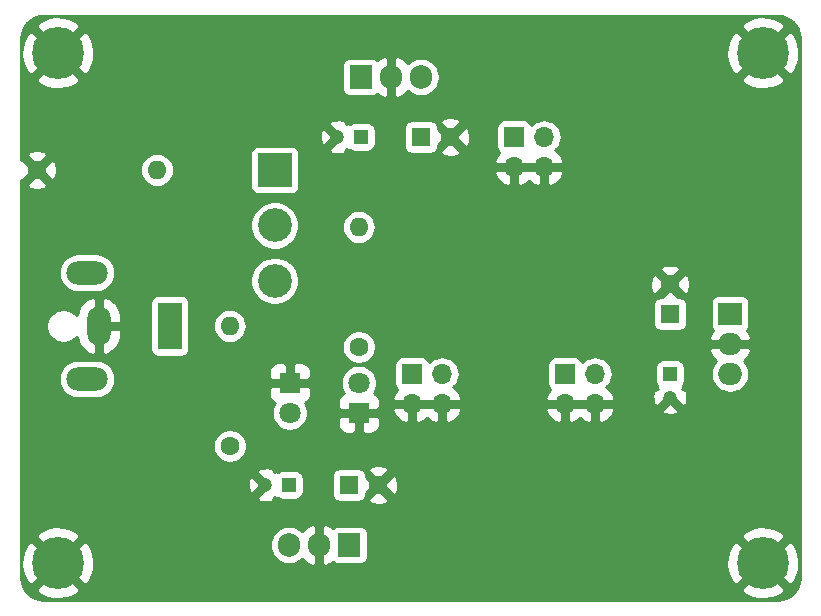
<source format=gbr>
G04 #@! TF.GenerationSoftware,KiCad,Pcbnew,(5.1.4)-1*
G04 #@! TF.CreationDate,2019-12-07T06:36:36-05:00*
G04 #@! TF.ProjectId,BBPSU_Dsch,42425053-555f-4447-9363-682e6b696361,rev?*
G04 #@! TF.SameCoordinates,Original*
G04 #@! TF.FileFunction,Copper,L2,Bot*
G04 #@! TF.FilePolarity,Positive*
%FSLAX46Y46*%
G04 Gerber Fmt 4.6, Leading zero omitted, Abs format (unit mm)*
G04 Created by KiCad (PCBNEW (5.1.4)-1) date 2019-12-07 06:36:36*
%MOMM*%
%LPD*%
G04 APERTURE LIST*
%ADD10R,1.700000X1.700000*%
%ADD11O,1.700000X1.700000*%
%ADD12R,1.600000X1.600000*%
%ADD13C,1.600000*%
%ADD14R,1.200000X1.200000*%
%ADD15C,1.200000*%
%ADD16R,1.800000X1.800000*%
%ADD17C,1.800000*%
%ADD18R,2.000000X4.000000*%
%ADD19O,2.000000X3.300000*%
%ADD20O,3.500000X2.000000*%
%ADD21O,1.600000X1.600000*%
%ADD22R,2.850000X2.850000*%
%ADD23C,2.850000*%
%ADD24R,1.905000X2.000000*%
%ADD25O,1.905000X2.000000*%
%ADD26O,2.000000X1.905000*%
%ADD27R,2.000000X1.905000*%
%ADD28C,4.400000*%
%ADD29C,1.000000*%
%ADD30C,0.254000*%
G04 APERTURE END LIST*
D10*
X84328000Y-35052000D03*
D11*
X84328000Y-37592000D03*
X86868000Y-35052000D03*
X86868000Y-37592000D03*
D12*
X97536000Y-50038000D03*
D13*
X97536000Y-47538000D03*
D14*
X71374000Y-35052000D03*
D15*
X69374000Y-35052000D03*
D12*
X70358000Y-64516000D03*
D13*
X72858000Y-64516000D03*
D14*
X97536000Y-55118000D03*
D15*
X97536000Y-57118000D03*
X63278000Y-64516000D03*
D14*
X65278000Y-64516000D03*
D13*
X78954000Y-35052000D03*
D12*
X76454000Y-35052000D03*
D16*
X65341500Y-55880000D03*
D17*
X65341500Y-58420000D03*
X71183500Y-55880000D03*
D16*
X71183500Y-58420000D03*
D18*
X55181500Y-51054000D03*
D19*
X49181500Y-51054000D03*
D20*
X48181500Y-46554000D03*
X48181500Y-55554000D03*
D11*
X91186000Y-57658000D03*
X91186000Y-55118000D03*
X88646000Y-57658000D03*
D10*
X88646000Y-55118000D03*
X75692000Y-55118000D03*
D11*
X75692000Y-57658000D03*
X78232000Y-55118000D03*
X78232000Y-57658000D03*
D21*
X60261500Y-51054000D03*
D13*
X60261500Y-61214000D03*
X43942000Y-37846000D03*
D21*
X54102000Y-37846000D03*
D13*
X71183500Y-52832000D03*
D21*
X71183500Y-42672000D03*
D22*
X64071500Y-37844000D03*
D23*
X64071500Y-42544000D03*
X64071500Y-47244000D03*
D24*
X71374000Y-29972000D03*
D25*
X73914000Y-29972000D03*
X76454000Y-29972000D03*
D26*
X102616000Y-55118000D03*
X102616000Y-52578000D03*
D27*
X102616000Y-50038000D03*
D24*
X70358000Y-69596000D03*
D25*
X67818000Y-69596000D03*
X65278000Y-69596000D03*
D28*
X45720000Y-27940000D03*
X105410000Y-27940000D03*
X45720000Y-71120000D03*
X105410000Y-71120000D03*
D29*
X73660000Y-35052000D03*
X73660000Y-37592000D03*
X73660000Y-32512000D03*
X67310000Y-34290000D03*
X69850000Y-38100000D03*
X81280000Y-33020000D03*
X95250000Y-29210000D03*
X96520000Y-26670000D03*
X100965000Y-35560000D03*
X104140000Y-34290000D03*
X107315000Y-48895000D03*
X95885000Y-67945000D03*
X97155000Y-71120000D03*
X81915000Y-61595000D03*
X81915000Y-54610000D03*
X75565000Y-62865000D03*
X75565000Y-66040000D03*
X60960000Y-66040000D03*
X60960000Y-63500000D03*
X94615000Y-45720000D03*
X100330000Y-45720000D03*
X99695000Y-52705000D03*
X94615000Y-52705000D03*
X94615000Y-59055000D03*
X99695000Y-59055000D03*
X105410000Y-59055000D03*
X107950000Y-60325000D03*
X75565000Y-71120000D03*
X60960000Y-71120000D03*
X58420000Y-47625000D03*
X44450000Y-40640000D03*
X44450000Y-34925000D03*
D30*
G36*
X107039668Y-24853551D02*
G01*
X107385634Y-24958004D01*
X107704724Y-25127667D01*
X107984781Y-25356076D01*
X108215141Y-25634534D01*
X108387027Y-25952430D01*
X108493893Y-26297658D01*
X108535000Y-26688753D01*
X108535001Y-72356485D01*
X108496449Y-72749667D01*
X108391996Y-73095635D01*
X108222333Y-73414724D01*
X107993924Y-73694781D01*
X107715466Y-73925141D01*
X107397570Y-74097027D01*
X107052340Y-74203894D01*
X106661238Y-74245000D01*
X44483505Y-74245000D01*
X44090333Y-74206449D01*
X43744365Y-74101996D01*
X43425276Y-73932333D01*
X43145219Y-73703924D01*
X42914859Y-73425466D01*
X42857316Y-73319041D01*
X43871684Y-73319041D01*
X44109125Y-73759101D01*
X44654941Y-74022658D01*
X45241686Y-74174667D01*
X45846813Y-74209287D01*
X46447066Y-74125188D01*
X47019379Y-73925600D01*
X47330875Y-73759101D01*
X47568316Y-73319041D01*
X103561684Y-73319041D01*
X103799125Y-73759101D01*
X104344941Y-74022658D01*
X104931686Y-74174667D01*
X105536813Y-74209287D01*
X106137066Y-74125188D01*
X106709379Y-73925600D01*
X107020875Y-73759101D01*
X107258316Y-73319041D01*
X105410000Y-71470725D01*
X103561684Y-73319041D01*
X47568316Y-73319041D01*
X45720000Y-71470725D01*
X43871684Y-73319041D01*
X42857316Y-73319041D01*
X42742973Y-73107570D01*
X42636106Y-72762340D01*
X42595000Y-72371238D01*
X42595000Y-71246813D01*
X42630713Y-71246813D01*
X42714812Y-71847066D01*
X42914400Y-72419379D01*
X43080899Y-72730875D01*
X43520959Y-72968316D01*
X45369275Y-71120000D01*
X46070725Y-71120000D01*
X47919041Y-72968316D01*
X48359101Y-72730875D01*
X48622658Y-72185059D01*
X48774667Y-71598314D01*
X48809287Y-70993187D01*
X48725188Y-70392934D01*
X48525600Y-69820621D01*
X48359101Y-69509125D01*
X48287542Y-69470514D01*
X63690500Y-69470514D01*
X63690500Y-69721485D01*
X63713470Y-69954703D01*
X63804245Y-70253948D01*
X63951655Y-70529734D01*
X64150037Y-70771463D01*
X64391765Y-70969845D01*
X64667551Y-71117255D01*
X64966796Y-71208030D01*
X65278000Y-71238681D01*
X65589203Y-71208030D01*
X65888448Y-71117255D01*
X66164234Y-70969845D01*
X66392623Y-70782411D01*
X66620668Y-71023343D01*
X66912868Y-71230418D01*
X67239852Y-71376508D01*
X67289498Y-71395001D01*
X67570000Y-71234538D01*
X67570000Y-69844000D01*
X67550000Y-69844000D01*
X67550000Y-69348000D01*
X67570000Y-69348000D01*
X67570000Y-67957462D01*
X68066000Y-67957462D01*
X68066000Y-69348000D01*
X68086000Y-69348000D01*
X68086000Y-69844000D01*
X68066000Y-69844000D01*
X68066000Y-71234538D01*
X68346502Y-71395001D01*
X68396148Y-71376508D01*
X68686436Y-71246813D01*
X102320713Y-71246813D01*
X102404812Y-71847066D01*
X102604400Y-72419379D01*
X102770899Y-72730875D01*
X103210959Y-72968316D01*
X105059275Y-71120000D01*
X105760725Y-71120000D01*
X107609041Y-72968316D01*
X108049101Y-72730875D01*
X108312658Y-72185059D01*
X108464667Y-71598314D01*
X108499287Y-70993187D01*
X108415188Y-70392934D01*
X108215600Y-69820621D01*
X108049101Y-69509125D01*
X107609041Y-69271684D01*
X105760725Y-71120000D01*
X105059275Y-71120000D01*
X103210959Y-69271684D01*
X102770899Y-69509125D01*
X102507342Y-70054941D01*
X102355333Y-70641686D01*
X102320713Y-71246813D01*
X68686436Y-71246813D01*
X68723132Y-71230418D01*
X68967000Y-71057595D01*
X69051006Y-71126537D01*
X69161320Y-71185502D01*
X69281018Y-71221812D01*
X69405500Y-71234072D01*
X71310500Y-71234072D01*
X71434982Y-71221812D01*
X71554680Y-71185502D01*
X71664994Y-71126537D01*
X71761685Y-71047185D01*
X71841037Y-70950494D01*
X71900002Y-70840180D01*
X71936312Y-70720482D01*
X71948572Y-70596000D01*
X71948572Y-68920959D01*
X103561684Y-68920959D01*
X105410000Y-70769275D01*
X107258316Y-68920959D01*
X107020875Y-68480899D01*
X106475059Y-68217342D01*
X105888314Y-68065333D01*
X105283187Y-68030713D01*
X104682934Y-68114812D01*
X104110621Y-68314400D01*
X103799125Y-68480899D01*
X103561684Y-68920959D01*
X71948572Y-68920959D01*
X71948572Y-68596000D01*
X71936312Y-68471518D01*
X71900002Y-68351820D01*
X71841037Y-68241506D01*
X71761685Y-68144815D01*
X71664994Y-68065463D01*
X71554680Y-68006498D01*
X71434982Y-67970188D01*
X71310500Y-67957928D01*
X69405500Y-67957928D01*
X69281018Y-67970188D01*
X69161320Y-68006498D01*
X69051006Y-68065463D01*
X68967000Y-68134405D01*
X68723132Y-67961582D01*
X68396148Y-67815492D01*
X68346502Y-67796999D01*
X68066000Y-67957462D01*
X67570000Y-67957462D01*
X67289498Y-67796999D01*
X67239852Y-67815492D01*
X66912868Y-67961582D01*
X66620668Y-68168657D01*
X66392623Y-68409589D01*
X66164235Y-68222155D01*
X65888449Y-68074745D01*
X65589204Y-67983970D01*
X65278000Y-67953319D01*
X64966797Y-67983970D01*
X64667552Y-68074745D01*
X64391766Y-68222155D01*
X64150037Y-68420537D01*
X63951655Y-68662265D01*
X63804245Y-68938051D01*
X63713470Y-69237296D01*
X63690500Y-69470514D01*
X48287542Y-69470514D01*
X47919041Y-69271684D01*
X46070725Y-71120000D01*
X45369275Y-71120000D01*
X43520959Y-69271684D01*
X43080899Y-69509125D01*
X42817342Y-70054941D01*
X42665333Y-70641686D01*
X42630713Y-71246813D01*
X42595000Y-71246813D01*
X42595000Y-68920959D01*
X43871684Y-68920959D01*
X45720000Y-70769275D01*
X47568316Y-68920959D01*
X47330875Y-68480899D01*
X46785059Y-68217342D01*
X46198314Y-68065333D01*
X45593187Y-68030713D01*
X44992934Y-68114812D01*
X44420621Y-68314400D01*
X44109125Y-68480899D01*
X43871684Y-68920959D01*
X42595000Y-68920959D01*
X42595000Y-64415552D01*
X61797255Y-64415552D01*
X61806111Y-64706361D01*
X61871531Y-64989855D01*
X61948411Y-65175458D01*
X62225580Y-65217695D01*
X62927275Y-64516000D01*
X62225580Y-63814305D01*
X61948411Y-63856542D01*
X61845304Y-64128603D01*
X61797255Y-64415552D01*
X42595000Y-64415552D01*
X42595000Y-63463580D01*
X62576305Y-63463580D01*
X63278000Y-64165275D01*
X63292143Y-64151133D01*
X63642868Y-64501858D01*
X63628725Y-64516000D01*
X63642868Y-64530143D01*
X63292143Y-64880868D01*
X63278000Y-64866725D01*
X62576305Y-65568420D01*
X62618542Y-65845589D01*
X62890603Y-65948696D01*
X63177552Y-65996745D01*
X63468361Y-65987889D01*
X63751855Y-65922469D01*
X63937458Y-65845589D01*
X63979695Y-65568422D01*
X64151652Y-65740379D01*
X64280658Y-65611373D01*
X64323506Y-65646537D01*
X64433820Y-65705502D01*
X64553518Y-65741812D01*
X64678000Y-65754072D01*
X65878000Y-65754072D01*
X66002482Y-65741812D01*
X66122180Y-65705502D01*
X66232494Y-65646537D01*
X66329185Y-65567185D01*
X66408537Y-65470494D01*
X66467502Y-65360180D01*
X66503812Y-65240482D01*
X66516072Y-65116000D01*
X66516072Y-63916000D01*
X66503812Y-63791518D01*
X66480904Y-63716000D01*
X68919928Y-63716000D01*
X68919928Y-65316000D01*
X68932188Y-65440482D01*
X68968498Y-65560180D01*
X69027463Y-65670494D01*
X69106815Y-65767185D01*
X69203506Y-65846537D01*
X69313820Y-65905502D01*
X69433518Y-65941812D01*
X69558000Y-65954072D01*
X71158000Y-65954072D01*
X71282482Y-65941812D01*
X71402180Y-65905502D01*
X71512494Y-65846537D01*
X71609185Y-65767185D01*
X71653700Y-65712943D01*
X72011782Y-65712943D01*
X72078936Y-66010212D01*
X72385412Y-66133489D01*
X72710049Y-66194607D01*
X73040371Y-66191217D01*
X73363686Y-66123449D01*
X73637064Y-66010212D01*
X73704218Y-65712943D01*
X72858000Y-64866725D01*
X72011782Y-65712943D01*
X71653700Y-65712943D01*
X71688537Y-65670494D01*
X71747502Y-65560180D01*
X71783812Y-65440482D01*
X71796072Y-65316000D01*
X71796072Y-65227203D01*
X72507275Y-64516000D01*
X73208725Y-64516000D01*
X74054943Y-65362218D01*
X74352212Y-65295064D01*
X74475489Y-64988588D01*
X74536607Y-64663951D01*
X74533217Y-64333629D01*
X74465449Y-64010314D01*
X74352212Y-63736936D01*
X74054943Y-63669782D01*
X73208725Y-64516000D01*
X72507275Y-64516000D01*
X71796072Y-63804797D01*
X71796072Y-63716000D01*
X71783812Y-63591518D01*
X71747502Y-63471820D01*
X71688537Y-63361506D01*
X71653701Y-63319057D01*
X72011782Y-63319057D01*
X72858000Y-64165275D01*
X73704218Y-63319057D01*
X73637064Y-63021788D01*
X73330588Y-62898511D01*
X73005951Y-62837393D01*
X72675629Y-62840783D01*
X72352314Y-62908551D01*
X72078936Y-63021788D01*
X72011782Y-63319057D01*
X71653701Y-63319057D01*
X71609185Y-63264815D01*
X71512494Y-63185463D01*
X71402180Y-63126498D01*
X71282482Y-63090188D01*
X71158000Y-63077928D01*
X69558000Y-63077928D01*
X69433518Y-63090188D01*
X69313820Y-63126498D01*
X69203506Y-63185463D01*
X69106815Y-63264815D01*
X69027463Y-63361506D01*
X68968498Y-63471820D01*
X68932188Y-63591518D01*
X68919928Y-63716000D01*
X66480904Y-63716000D01*
X66467502Y-63671820D01*
X66408537Y-63561506D01*
X66329185Y-63464815D01*
X66232494Y-63385463D01*
X66122180Y-63326498D01*
X66002482Y-63290188D01*
X65878000Y-63277928D01*
X64678000Y-63277928D01*
X64553518Y-63290188D01*
X64433820Y-63326498D01*
X64323506Y-63385463D01*
X64280658Y-63420627D01*
X64151652Y-63291621D01*
X63979695Y-63463578D01*
X63937458Y-63186411D01*
X63665397Y-63083304D01*
X63378448Y-63035255D01*
X63087639Y-63044111D01*
X62804145Y-63109531D01*
X62618542Y-63186411D01*
X62576305Y-63463580D01*
X42595000Y-63463580D01*
X42595000Y-61072665D01*
X58826500Y-61072665D01*
X58826500Y-61355335D01*
X58881647Y-61632574D01*
X58989820Y-61893727D01*
X59146863Y-62128759D01*
X59346741Y-62328637D01*
X59581773Y-62485680D01*
X59842926Y-62593853D01*
X60120165Y-62649000D01*
X60402835Y-62649000D01*
X60680074Y-62593853D01*
X60941227Y-62485680D01*
X61176259Y-62328637D01*
X61376137Y-62128759D01*
X61533180Y-61893727D01*
X61641353Y-61632574D01*
X61696500Y-61355335D01*
X61696500Y-61072665D01*
X61641353Y-60795426D01*
X61533180Y-60534273D01*
X61376137Y-60299241D01*
X61176259Y-60099363D01*
X60941227Y-59942320D01*
X60680074Y-59834147D01*
X60402835Y-59779000D01*
X60120165Y-59779000D01*
X59842926Y-59834147D01*
X59581773Y-59942320D01*
X59346741Y-60099363D01*
X59146863Y-60299241D01*
X58989820Y-60534273D01*
X58881647Y-60795426D01*
X58826500Y-61072665D01*
X42595000Y-61072665D01*
X42595000Y-55554000D01*
X45788589Y-55554000D01*
X45820157Y-55874516D01*
X45913648Y-56182715D01*
X46065469Y-56466752D01*
X46269786Y-56715714D01*
X46518748Y-56920031D01*
X46802785Y-57071852D01*
X47110984Y-57165343D01*
X47351178Y-57189000D01*
X49011822Y-57189000D01*
X49252016Y-57165343D01*
X49560215Y-57071852D01*
X49844252Y-56920031D01*
X50014880Y-56780000D01*
X63560257Y-56780000D01*
X63577190Y-56951922D01*
X63627338Y-57117237D01*
X63708773Y-57269592D01*
X63818367Y-57403133D01*
X63951908Y-57512727D01*
X64062201Y-57571680D01*
X63981201Y-57692905D01*
X63865489Y-57972257D01*
X63806500Y-58268816D01*
X63806500Y-58571184D01*
X63865489Y-58867743D01*
X63981201Y-59147095D01*
X64149188Y-59398505D01*
X64362995Y-59612312D01*
X64614405Y-59780299D01*
X64893757Y-59896011D01*
X65190316Y-59955000D01*
X65492684Y-59955000D01*
X65789243Y-59896011D01*
X66068595Y-59780299D01*
X66320005Y-59612312D01*
X66533812Y-59398505D01*
X66586267Y-59320000D01*
X69402257Y-59320000D01*
X69419190Y-59491922D01*
X69469338Y-59657237D01*
X69550773Y-59809592D01*
X69660367Y-59943133D01*
X69793908Y-60052727D01*
X69946263Y-60134162D01*
X70111578Y-60184310D01*
X70283500Y-60201243D01*
X70716250Y-60197000D01*
X70935500Y-59977750D01*
X70935500Y-58668000D01*
X71431500Y-58668000D01*
X71431500Y-59977750D01*
X71650750Y-60197000D01*
X72083500Y-60201243D01*
X72255422Y-60184310D01*
X72420737Y-60134162D01*
X72573092Y-60052727D01*
X72706633Y-59943133D01*
X72816227Y-59809592D01*
X72897662Y-59657237D01*
X72947810Y-59491922D01*
X72964743Y-59320000D01*
X72960500Y-58887250D01*
X72741250Y-58668000D01*
X71431500Y-58668000D01*
X70935500Y-58668000D01*
X69625750Y-58668000D01*
X69406500Y-58887250D01*
X69402257Y-59320000D01*
X66586267Y-59320000D01*
X66701799Y-59147095D01*
X66817511Y-58867743D01*
X66876500Y-58571184D01*
X66876500Y-58268816D01*
X66817511Y-57972257D01*
X66701799Y-57692905D01*
X66620799Y-57571680D01*
X66717485Y-57520000D01*
X69402257Y-57520000D01*
X69406500Y-57952750D01*
X69625750Y-58172000D01*
X70935500Y-58172000D01*
X70935500Y-58152000D01*
X71431500Y-58152000D01*
X71431500Y-58172000D01*
X72741250Y-58172000D01*
X72742940Y-58170310D01*
X74042729Y-58170310D01*
X74174366Y-58482223D01*
X74364325Y-58762461D01*
X74605306Y-59000256D01*
X74888048Y-59186468D01*
X75179691Y-59307263D01*
X75444000Y-59145214D01*
X75444000Y-57906000D01*
X75940000Y-57906000D01*
X75940000Y-59145214D01*
X76204309Y-59307263D01*
X76495952Y-59186468D01*
X76778694Y-59000256D01*
X76962000Y-58819373D01*
X77145306Y-59000256D01*
X77428048Y-59186468D01*
X77719691Y-59307263D01*
X77984000Y-59145214D01*
X77984000Y-57906000D01*
X78480000Y-57906000D01*
X78480000Y-59145214D01*
X78744309Y-59307263D01*
X79035952Y-59186468D01*
X79318694Y-59000256D01*
X79559675Y-58762461D01*
X79749634Y-58482223D01*
X79881271Y-58170310D01*
X86996729Y-58170310D01*
X87128366Y-58482223D01*
X87318325Y-58762461D01*
X87559306Y-59000256D01*
X87842048Y-59186468D01*
X88133691Y-59307263D01*
X88398000Y-59145214D01*
X88398000Y-57906000D01*
X88894000Y-57906000D01*
X88894000Y-59145214D01*
X89158309Y-59307263D01*
X89449952Y-59186468D01*
X89732694Y-59000256D01*
X89916000Y-58819373D01*
X90099306Y-59000256D01*
X90382048Y-59186468D01*
X90673691Y-59307263D01*
X90938000Y-59145214D01*
X90938000Y-57906000D01*
X91434000Y-57906000D01*
X91434000Y-59145214D01*
X91698309Y-59307263D01*
X91989952Y-59186468D01*
X92272694Y-59000256D01*
X92513675Y-58762461D01*
X92703634Y-58482223D01*
X92835224Y-58170420D01*
X96834305Y-58170420D01*
X96876542Y-58447589D01*
X97148603Y-58550696D01*
X97435552Y-58598745D01*
X97726361Y-58589889D01*
X98009855Y-58524469D01*
X98195458Y-58447589D01*
X98237695Y-58170420D01*
X97536000Y-57468725D01*
X96834305Y-58170420D01*
X92835224Y-58170420D01*
X92835271Y-58170310D01*
X92675859Y-57906000D01*
X91434000Y-57906000D01*
X90938000Y-57906000D01*
X88894000Y-57906000D01*
X88398000Y-57906000D01*
X87156141Y-57906000D01*
X86996729Y-58170310D01*
X79881271Y-58170310D01*
X79721859Y-57906000D01*
X78480000Y-57906000D01*
X77984000Y-57906000D01*
X75940000Y-57906000D01*
X75444000Y-57906000D01*
X74202141Y-57906000D01*
X74042729Y-58170310D01*
X72742940Y-58170310D01*
X72960500Y-57952750D01*
X72964743Y-57520000D01*
X72947810Y-57348078D01*
X72897662Y-57182763D01*
X72877847Y-57145690D01*
X74042729Y-57145690D01*
X74202141Y-57410000D01*
X75444000Y-57410000D01*
X75444000Y-57390000D01*
X75940000Y-57390000D01*
X75940000Y-57410000D01*
X77984000Y-57410000D01*
X77984000Y-57390000D01*
X78480000Y-57390000D01*
X78480000Y-57410000D01*
X79721859Y-57410000D01*
X79881271Y-57145690D01*
X86996729Y-57145690D01*
X87156141Y-57410000D01*
X88398000Y-57410000D01*
X88398000Y-57390000D01*
X88894000Y-57390000D01*
X88894000Y-57410000D01*
X90938000Y-57410000D01*
X90938000Y-57390000D01*
X91434000Y-57390000D01*
X91434000Y-57410000D01*
X92675859Y-57410000D01*
X92835271Y-57145690D01*
X92781193Y-57017552D01*
X96055255Y-57017552D01*
X96064111Y-57308361D01*
X96129531Y-57591855D01*
X96206411Y-57777458D01*
X96483580Y-57819695D01*
X97185275Y-57118000D01*
X97171133Y-57103858D01*
X97521858Y-56753133D01*
X97536000Y-56767275D01*
X97550143Y-56753133D01*
X97900868Y-57103858D01*
X97886725Y-57118000D01*
X98588420Y-57819695D01*
X98865589Y-57777458D01*
X98968696Y-57505397D01*
X99016745Y-57218448D01*
X99007889Y-56927639D01*
X98942469Y-56644145D01*
X98865589Y-56458542D01*
X98588422Y-56416305D01*
X98760379Y-56244348D01*
X98631373Y-56115342D01*
X98666537Y-56072494D01*
X98725502Y-55962180D01*
X98761812Y-55842482D01*
X98774072Y-55718000D01*
X98774072Y-54518000D01*
X98761812Y-54393518D01*
X98725502Y-54273820D01*
X98666537Y-54163506D01*
X98587185Y-54066815D01*
X98490494Y-53987463D01*
X98380180Y-53928498D01*
X98260482Y-53892188D01*
X98136000Y-53879928D01*
X96936000Y-53879928D01*
X96811518Y-53892188D01*
X96691820Y-53928498D01*
X96581506Y-53987463D01*
X96484815Y-54066815D01*
X96405463Y-54163506D01*
X96346498Y-54273820D01*
X96310188Y-54393518D01*
X96297928Y-54518000D01*
X96297928Y-55718000D01*
X96310188Y-55842482D01*
X96346498Y-55962180D01*
X96405463Y-56072494D01*
X96440627Y-56115342D01*
X96311621Y-56244348D01*
X96483578Y-56416305D01*
X96206411Y-56458542D01*
X96103304Y-56730603D01*
X96055255Y-57017552D01*
X92781193Y-57017552D01*
X92703634Y-56833777D01*
X92513675Y-56553539D01*
X92272694Y-56315744D01*
X92158779Y-56240721D01*
X92241134Y-56173134D01*
X92426706Y-55947014D01*
X92564599Y-55689034D01*
X92649513Y-55409111D01*
X92678185Y-55118000D01*
X92649513Y-54826889D01*
X92564599Y-54546966D01*
X92426706Y-54288986D01*
X92241134Y-54062866D01*
X92015014Y-53877294D01*
X91757034Y-53739401D01*
X91477111Y-53654487D01*
X91258950Y-53633000D01*
X91113050Y-53633000D01*
X90894889Y-53654487D01*
X90614966Y-53739401D01*
X90356986Y-53877294D01*
X90130866Y-54062866D01*
X90106393Y-54092687D01*
X90085502Y-54023820D01*
X90026537Y-53913506D01*
X89947185Y-53816815D01*
X89850494Y-53737463D01*
X89740180Y-53678498D01*
X89620482Y-53642188D01*
X89496000Y-53629928D01*
X87796000Y-53629928D01*
X87671518Y-53642188D01*
X87551820Y-53678498D01*
X87441506Y-53737463D01*
X87344815Y-53816815D01*
X87265463Y-53913506D01*
X87206498Y-54023820D01*
X87170188Y-54143518D01*
X87157928Y-54268000D01*
X87157928Y-55968000D01*
X87170188Y-56092482D01*
X87206498Y-56212180D01*
X87265463Y-56322494D01*
X87344815Y-56419185D01*
X87404686Y-56468320D01*
X87318325Y-56553539D01*
X87128366Y-56833777D01*
X86996729Y-57145690D01*
X79881271Y-57145690D01*
X79749634Y-56833777D01*
X79559675Y-56553539D01*
X79318694Y-56315744D01*
X79204779Y-56240721D01*
X79287134Y-56173134D01*
X79472706Y-55947014D01*
X79610599Y-55689034D01*
X79695513Y-55409111D01*
X79724185Y-55118000D01*
X79695513Y-54826889D01*
X79610599Y-54546966D01*
X79472706Y-54288986D01*
X79287134Y-54062866D01*
X79061014Y-53877294D01*
X78803034Y-53739401D01*
X78523111Y-53654487D01*
X78304950Y-53633000D01*
X78159050Y-53633000D01*
X77940889Y-53654487D01*
X77660966Y-53739401D01*
X77402986Y-53877294D01*
X77176866Y-54062866D01*
X77152393Y-54092687D01*
X77131502Y-54023820D01*
X77072537Y-53913506D01*
X76993185Y-53816815D01*
X76896494Y-53737463D01*
X76786180Y-53678498D01*
X76666482Y-53642188D01*
X76542000Y-53629928D01*
X74842000Y-53629928D01*
X74717518Y-53642188D01*
X74597820Y-53678498D01*
X74487506Y-53737463D01*
X74390815Y-53816815D01*
X74311463Y-53913506D01*
X74252498Y-54023820D01*
X74216188Y-54143518D01*
X74203928Y-54268000D01*
X74203928Y-55968000D01*
X74216188Y-56092482D01*
X74252498Y-56212180D01*
X74311463Y-56322494D01*
X74390815Y-56419185D01*
X74450686Y-56468320D01*
X74364325Y-56553539D01*
X74174366Y-56833777D01*
X74042729Y-57145690D01*
X72877847Y-57145690D01*
X72816227Y-57030408D01*
X72706633Y-56896867D01*
X72573092Y-56787273D01*
X72462799Y-56728320D01*
X72543799Y-56607095D01*
X72659511Y-56327743D01*
X72718500Y-56031184D01*
X72718500Y-55728816D01*
X72659511Y-55432257D01*
X72543799Y-55152905D01*
X72375812Y-54901495D01*
X72162005Y-54687688D01*
X71910595Y-54519701D01*
X71631243Y-54403989D01*
X71334684Y-54345000D01*
X71032316Y-54345000D01*
X70735757Y-54403989D01*
X70456405Y-54519701D01*
X70204995Y-54687688D01*
X69991188Y-54901495D01*
X69823201Y-55152905D01*
X69707489Y-55432257D01*
X69648500Y-55728816D01*
X69648500Y-56031184D01*
X69707489Y-56327743D01*
X69823201Y-56607095D01*
X69904201Y-56728320D01*
X69793908Y-56787273D01*
X69660367Y-56896867D01*
X69550773Y-57030408D01*
X69469338Y-57182763D01*
X69419190Y-57348078D01*
X69402257Y-57520000D01*
X66717485Y-57520000D01*
X66731092Y-57512727D01*
X66864633Y-57403133D01*
X66974227Y-57269592D01*
X67055662Y-57117237D01*
X67105810Y-56951922D01*
X67122743Y-56780000D01*
X67118500Y-56347250D01*
X66899250Y-56128000D01*
X65589500Y-56128000D01*
X65589500Y-56148000D01*
X65093500Y-56148000D01*
X65093500Y-56128000D01*
X63783750Y-56128000D01*
X63564500Y-56347250D01*
X63560257Y-56780000D01*
X50014880Y-56780000D01*
X50093214Y-56715714D01*
X50297531Y-56466752D01*
X50449352Y-56182715D01*
X50542843Y-55874516D01*
X50574411Y-55554000D01*
X50542843Y-55233484D01*
X50465950Y-54980000D01*
X63560257Y-54980000D01*
X63564500Y-55412750D01*
X63783750Y-55632000D01*
X65093500Y-55632000D01*
X65093500Y-54322250D01*
X65589500Y-54322250D01*
X65589500Y-55632000D01*
X66899250Y-55632000D01*
X67118500Y-55412750D01*
X67122743Y-54980000D01*
X67105810Y-54808078D01*
X67055662Y-54642763D01*
X66974227Y-54490408D01*
X66864633Y-54356867D01*
X66731092Y-54247273D01*
X66578737Y-54165838D01*
X66413422Y-54115690D01*
X66241500Y-54098757D01*
X65808750Y-54103000D01*
X65589500Y-54322250D01*
X65093500Y-54322250D01*
X64874250Y-54103000D01*
X64441500Y-54098757D01*
X64269578Y-54115690D01*
X64104263Y-54165838D01*
X63951908Y-54247273D01*
X63818367Y-54356867D01*
X63708773Y-54490408D01*
X63627338Y-54642763D01*
X63577190Y-54808078D01*
X63560257Y-54980000D01*
X50465950Y-54980000D01*
X50449352Y-54925285D01*
X50297531Y-54641248D01*
X50093214Y-54392286D01*
X49844252Y-54187969D01*
X49560215Y-54036148D01*
X49252016Y-53942657D01*
X49011822Y-53919000D01*
X47351178Y-53919000D01*
X47110984Y-53942657D01*
X46802785Y-54036148D01*
X46518748Y-54187969D01*
X46269786Y-54392286D01*
X46065469Y-54641248D01*
X45913648Y-54925285D01*
X45820157Y-55233484D01*
X45788589Y-55554000D01*
X42595000Y-55554000D01*
X42595000Y-50912665D01*
X44746500Y-50912665D01*
X44746500Y-51195335D01*
X44801647Y-51472574D01*
X44909820Y-51733727D01*
X45066863Y-51968759D01*
X45266741Y-52168637D01*
X45501773Y-52325680D01*
X45762926Y-52433853D01*
X46040165Y-52489000D01*
X46322835Y-52489000D01*
X46600074Y-52433853D01*
X46861227Y-52325680D01*
X47096259Y-52168637D01*
X47296137Y-51968759D01*
X47305235Y-51955144D01*
X47388948Y-52313419D01*
X47542283Y-52651419D01*
X47758612Y-52953010D01*
X48029622Y-53206602D01*
X48344898Y-53402450D01*
X48645500Y-53502842D01*
X48933500Y-53343095D01*
X48933500Y-51302000D01*
X49429500Y-51302000D01*
X49429500Y-53343095D01*
X49717500Y-53502842D01*
X50018102Y-53402450D01*
X50333378Y-53206602D01*
X50604388Y-52953010D01*
X50820717Y-52651419D01*
X50974052Y-52313419D01*
X51058500Y-51952000D01*
X51058500Y-51302000D01*
X49429500Y-51302000D01*
X48933500Y-51302000D01*
X48913500Y-51302000D01*
X48913500Y-50806000D01*
X48933500Y-50806000D01*
X48933500Y-48764905D01*
X49429500Y-48764905D01*
X49429500Y-50806000D01*
X51058500Y-50806000D01*
X51058500Y-50156000D01*
X50974052Y-49794581D01*
X50820717Y-49456581D01*
X50604388Y-49154990D01*
X50496462Y-49054000D01*
X53543428Y-49054000D01*
X53543428Y-53054000D01*
X53555688Y-53178482D01*
X53591998Y-53298180D01*
X53650963Y-53408494D01*
X53730315Y-53505185D01*
X53827006Y-53584537D01*
X53937320Y-53643502D01*
X54057018Y-53679812D01*
X54181500Y-53692072D01*
X56181500Y-53692072D01*
X56305982Y-53679812D01*
X56425680Y-53643502D01*
X56535994Y-53584537D01*
X56632685Y-53505185D01*
X56712037Y-53408494D01*
X56771002Y-53298180D01*
X56807312Y-53178482D01*
X56819572Y-53054000D01*
X56819572Y-52690665D01*
X69748500Y-52690665D01*
X69748500Y-52973335D01*
X69803647Y-53250574D01*
X69911820Y-53511727D01*
X70068863Y-53746759D01*
X70268741Y-53946637D01*
X70503773Y-54103680D01*
X70764926Y-54211853D01*
X71042165Y-54267000D01*
X71324835Y-54267000D01*
X71602074Y-54211853D01*
X71863227Y-54103680D01*
X72098259Y-53946637D01*
X72298137Y-53746759D01*
X72455180Y-53511727D01*
X72563353Y-53250574D01*
X72592011Y-53106502D01*
X100816999Y-53106502D01*
X100835492Y-53156148D01*
X100981582Y-53483132D01*
X101188657Y-53775332D01*
X101429589Y-54003377D01*
X101242155Y-54231765D01*
X101094745Y-54507551D01*
X101003970Y-54806796D01*
X100973319Y-55118000D01*
X101003970Y-55429204D01*
X101094745Y-55728449D01*
X101242155Y-56004235D01*
X101440537Y-56245963D01*
X101682265Y-56444345D01*
X101958051Y-56591755D01*
X102257296Y-56682530D01*
X102490514Y-56705500D01*
X102741486Y-56705500D01*
X102974704Y-56682530D01*
X103273949Y-56591755D01*
X103549735Y-56444345D01*
X103791463Y-56245963D01*
X103989845Y-56004235D01*
X104137255Y-55728449D01*
X104228030Y-55429204D01*
X104258681Y-55118000D01*
X104228030Y-54806796D01*
X104137255Y-54507551D01*
X103989845Y-54231765D01*
X103802411Y-54003377D01*
X104043343Y-53775332D01*
X104250418Y-53483132D01*
X104396508Y-53156148D01*
X104415001Y-53106502D01*
X104254538Y-52826000D01*
X102864000Y-52826000D01*
X102864000Y-52846000D01*
X102368000Y-52846000D01*
X102368000Y-52826000D01*
X100977462Y-52826000D01*
X100816999Y-53106502D01*
X72592011Y-53106502D01*
X72618500Y-52973335D01*
X72618500Y-52690665D01*
X72563353Y-52413426D01*
X72455180Y-52152273D01*
X72386509Y-52049498D01*
X100816999Y-52049498D01*
X100977462Y-52330000D01*
X102368000Y-52330000D01*
X102368000Y-52310000D01*
X102864000Y-52310000D01*
X102864000Y-52330000D01*
X104254538Y-52330000D01*
X104415001Y-52049498D01*
X104396508Y-51999852D01*
X104250418Y-51672868D01*
X104077595Y-51429000D01*
X104146537Y-51344994D01*
X104205502Y-51234680D01*
X104241812Y-51114982D01*
X104254072Y-50990500D01*
X104254072Y-49085500D01*
X104241812Y-48961018D01*
X104205502Y-48841320D01*
X104146537Y-48731006D01*
X104067185Y-48634315D01*
X103970494Y-48554963D01*
X103860180Y-48495998D01*
X103740482Y-48459688D01*
X103616000Y-48447428D01*
X101616000Y-48447428D01*
X101491518Y-48459688D01*
X101371820Y-48495998D01*
X101261506Y-48554963D01*
X101164815Y-48634315D01*
X101085463Y-48731006D01*
X101026498Y-48841320D01*
X100990188Y-48961018D01*
X100977928Y-49085500D01*
X100977928Y-50990500D01*
X100990188Y-51114982D01*
X101026498Y-51234680D01*
X101085463Y-51344994D01*
X101154405Y-51429000D01*
X100981582Y-51672868D01*
X100835492Y-51999852D01*
X100816999Y-52049498D01*
X72386509Y-52049498D01*
X72298137Y-51917241D01*
X72098259Y-51717363D01*
X71863227Y-51560320D01*
X71602074Y-51452147D01*
X71324835Y-51397000D01*
X71042165Y-51397000D01*
X70764926Y-51452147D01*
X70503773Y-51560320D01*
X70268741Y-51717363D01*
X70068863Y-51917241D01*
X69911820Y-52152273D01*
X69803647Y-52413426D01*
X69748500Y-52690665D01*
X56819572Y-52690665D01*
X56819572Y-51054000D01*
X58819557Y-51054000D01*
X58847264Y-51335309D01*
X58929318Y-51605808D01*
X59062568Y-51855101D01*
X59241892Y-52073608D01*
X59460399Y-52252932D01*
X59709692Y-52386182D01*
X59980191Y-52468236D01*
X60191008Y-52489000D01*
X60331992Y-52489000D01*
X60542809Y-52468236D01*
X60813308Y-52386182D01*
X61062601Y-52252932D01*
X61281108Y-52073608D01*
X61460432Y-51855101D01*
X61593682Y-51605808D01*
X61675736Y-51335309D01*
X61703443Y-51054000D01*
X61675736Y-50772691D01*
X61593682Y-50502192D01*
X61460432Y-50252899D01*
X61281108Y-50034392D01*
X61062601Y-49855068D01*
X60813308Y-49721818D01*
X60542809Y-49639764D01*
X60331992Y-49619000D01*
X60191008Y-49619000D01*
X59980191Y-49639764D01*
X59709692Y-49721818D01*
X59460399Y-49855068D01*
X59241892Y-50034392D01*
X59062568Y-50252899D01*
X58929318Y-50502192D01*
X58847264Y-50772691D01*
X58819557Y-51054000D01*
X56819572Y-51054000D01*
X56819572Y-49054000D01*
X56807312Y-48929518D01*
X56771002Y-48809820D01*
X56712037Y-48699506D01*
X56632685Y-48602815D01*
X56535994Y-48523463D01*
X56425680Y-48464498D01*
X56305982Y-48428188D01*
X56181500Y-48415928D01*
X54181500Y-48415928D01*
X54057018Y-48428188D01*
X53937320Y-48464498D01*
X53827006Y-48523463D01*
X53730315Y-48602815D01*
X53650963Y-48699506D01*
X53591998Y-48809820D01*
X53555688Y-48929518D01*
X53543428Y-49054000D01*
X50496462Y-49054000D01*
X50333378Y-48901398D01*
X50018102Y-48705550D01*
X49717500Y-48605158D01*
X49429500Y-48764905D01*
X48933500Y-48764905D01*
X48645500Y-48605158D01*
X48344898Y-48705550D01*
X48029622Y-48901398D01*
X47758612Y-49154990D01*
X47542283Y-49456581D01*
X47388948Y-49794581D01*
X47305235Y-50152856D01*
X47296137Y-50139241D01*
X47096259Y-49939363D01*
X46861227Y-49782320D01*
X46600074Y-49674147D01*
X46322835Y-49619000D01*
X46040165Y-49619000D01*
X45762926Y-49674147D01*
X45501773Y-49782320D01*
X45266741Y-49939363D01*
X45066863Y-50139241D01*
X44909820Y-50374273D01*
X44801647Y-50635426D01*
X44746500Y-50912665D01*
X42595000Y-50912665D01*
X42595000Y-46554000D01*
X45788589Y-46554000D01*
X45820157Y-46874516D01*
X45913648Y-47182715D01*
X46065469Y-47466752D01*
X46269786Y-47715714D01*
X46518748Y-47920031D01*
X46802785Y-48071852D01*
X47110984Y-48165343D01*
X47351178Y-48189000D01*
X49011822Y-48189000D01*
X49252016Y-48165343D01*
X49560215Y-48071852D01*
X49844252Y-47920031D01*
X50093214Y-47715714D01*
X50297531Y-47466752D01*
X50449352Y-47182715D01*
X50492307Y-47041108D01*
X62011500Y-47041108D01*
X62011500Y-47446892D01*
X62090665Y-47844880D01*
X62245952Y-48219776D01*
X62471394Y-48557173D01*
X62758327Y-48844106D01*
X63095724Y-49069548D01*
X63470620Y-49224835D01*
X63868608Y-49304000D01*
X64274392Y-49304000D01*
X64606195Y-49238000D01*
X96097928Y-49238000D01*
X96097928Y-50838000D01*
X96110188Y-50962482D01*
X96146498Y-51082180D01*
X96205463Y-51192494D01*
X96284815Y-51289185D01*
X96381506Y-51368537D01*
X96491820Y-51427502D01*
X96611518Y-51463812D01*
X96736000Y-51476072D01*
X98336000Y-51476072D01*
X98460482Y-51463812D01*
X98580180Y-51427502D01*
X98690494Y-51368537D01*
X98787185Y-51289185D01*
X98866537Y-51192494D01*
X98925502Y-51082180D01*
X98961812Y-50962482D01*
X98974072Y-50838000D01*
X98974072Y-49238000D01*
X98961812Y-49113518D01*
X98925502Y-48993820D01*
X98866537Y-48883506D01*
X98787185Y-48786815D01*
X98690494Y-48707463D01*
X98580180Y-48648498D01*
X98460482Y-48612188D01*
X98336000Y-48599928D01*
X98247203Y-48599928D01*
X97536000Y-47888725D01*
X96824797Y-48599928D01*
X96736000Y-48599928D01*
X96611518Y-48612188D01*
X96491820Y-48648498D01*
X96381506Y-48707463D01*
X96284815Y-48786815D01*
X96205463Y-48883506D01*
X96146498Y-48993820D01*
X96110188Y-49113518D01*
X96097928Y-49238000D01*
X64606195Y-49238000D01*
X64672380Y-49224835D01*
X65047276Y-49069548D01*
X65384673Y-48844106D01*
X65671606Y-48557173D01*
X65897048Y-48219776D01*
X66052335Y-47844880D01*
X66131500Y-47446892D01*
X66131500Y-47390049D01*
X95857393Y-47390049D01*
X95860783Y-47720371D01*
X95928551Y-48043686D01*
X96041788Y-48317064D01*
X96339057Y-48384218D01*
X97185275Y-47538000D01*
X97886725Y-47538000D01*
X98732943Y-48384218D01*
X99030212Y-48317064D01*
X99153489Y-48010588D01*
X99214607Y-47685951D01*
X99211217Y-47355629D01*
X99143449Y-47032314D01*
X99030212Y-46758936D01*
X98732943Y-46691782D01*
X97886725Y-47538000D01*
X97185275Y-47538000D01*
X96339057Y-46691782D01*
X96041788Y-46758936D01*
X95918511Y-47065412D01*
X95857393Y-47390049D01*
X66131500Y-47390049D01*
X66131500Y-47041108D01*
X66052335Y-46643120D01*
X65927217Y-46341057D01*
X96689782Y-46341057D01*
X97536000Y-47187275D01*
X98382218Y-46341057D01*
X98315064Y-46043788D01*
X98008588Y-45920511D01*
X97683951Y-45859393D01*
X97353629Y-45862783D01*
X97030314Y-45930551D01*
X96756936Y-46043788D01*
X96689782Y-46341057D01*
X65927217Y-46341057D01*
X65897048Y-46268224D01*
X65671606Y-45930827D01*
X65384673Y-45643894D01*
X65047276Y-45418452D01*
X64672380Y-45263165D01*
X64274392Y-45184000D01*
X63868608Y-45184000D01*
X63470620Y-45263165D01*
X63095724Y-45418452D01*
X62758327Y-45643894D01*
X62471394Y-45930827D01*
X62245952Y-46268224D01*
X62090665Y-46643120D01*
X62011500Y-47041108D01*
X50492307Y-47041108D01*
X50542843Y-46874516D01*
X50574411Y-46554000D01*
X50542843Y-46233484D01*
X50449352Y-45925285D01*
X50297531Y-45641248D01*
X50093214Y-45392286D01*
X49844252Y-45187969D01*
X49560215Y-45036148D01*
X49252016Y-44942657D01*
X49011822Y-44919000D01*
X47351178Y-44919000D01*
X47110984Y-44942657D01*
X46802785Y-45036148D01*
X46518748Y-45187969D01*
X46269786Y-45392286D01*
X46065469Y-45641248D01*
X45913648Y-45925285D01*
X45820157Y-46233484D01*
X45788589Y-46554000D01*
X42595000Y-46554000D01*
X42595000Y-42341108D01*
X62011500Y-42341108D01*
X62011500Y-42746892D01*
X62090665Y-43144880D01*
X62245952Y-43519776D01*
X62471394Y-43857173D01*
X62758327Y-44144106D01*
X63095724Y-44369548D01*
X63470620Y-44524835D01*
X63868608Y-44604000D01*
X64274392Y-44604000D01*
X64672380Y-44524835D01*
X65047276Y-44369548D01*
X65384673Y-44144106D01*
X65671606Y-43857173D01*
X65897048Y-43519776D01*
X66052335Y-43144880D01*
X66131500Y-42746892D01*
X66131500Y-42672000D01*
X69741557Y-42672000D01*
X69769264Y-42953309D01*
X69851318Y-43223808D01*
X69984568Y-43473101D01*
X70163892Y-43691608D01*
X70382399Y-43870932D01*
X70631692Y-44004182D01*
X70902191Y-44086236D01*
X71113008Y-44107000D01*
X71253992Y-44107000D01*
X71464809Y-44086236D01*
X71735308Y-44004182D01*
X71984601Y-43870932D01*
X72203108Y-43691608D01*
X72382432Y-43473101D01*
X72515682Y-43223808D01*
X72597736Y-42953309D01*
X72625443Y-42672000D01*
X72597736Y-42390691D01*
X72515682Y-42120192D01*
X72382432Y-41870899D01*
X72203108Y-41652392D01*
X71984601Y-41473068D01*
X71735308Y-41339818D01*
X71464809Y-41257764D01*
X71253992Y-41237000D01*
X71113008Y-41237000D01*
X70902191Y-41257764D01*
X70631692Y-41339818D01*
X70382399Y-41473068D01*
X70163892Y-41652392D01*
X69984568Y-41870899D01*
X69851318Y-42120192D01*
X69769264Y-42390691D01*
X69741557Y-42672000D01*
X66131500Y-42672000D01*
X66131500Y-42341108D01*
X66052335Y-41943120D01*
X65897048Y-41568224D01*
X65671606Y-41230827D01*
X65384673Y-40943894D01*
X65047276Y-40718452D01*
X64672380Y-40563165D01*
X64274392Y-40484000D01*
X63868608Y-40484000D01*
X63470620Y-40563165D01*
X63095724Y-40718452D01*
X62758327Y-40943894D01*
X62471394Y-41230827D01*
X62245952Y-41568224D01*
X62090665Y-41943120D01*
X62011500Y-42341108D01*
X42595000Y-42341108D01*
X42595000Y-39042943D01*
X43095782Y-39042943D01*
X43162936Y-39340212D01*
X43469412Y-39463489D01*
X43794049Y-39524607D01*
X44124371Y-39521217D01*
X44447686Y-39453449D01*
X44721064Y-39340212D01*
X44788218Y-39042943D01*
X43942000Y-38196725D01*
X43095782Y-39042943D01*
X42595000Y-39042943D01*
X42595000Y-38658320D01*
X42745057Y-38692218D01*
X43591275Y-37846000D01*
X44292725Y-37846000D01*
X45138943Y-38692218D01*
X45436212Y-38625064D01*
X45559489Y-38318588D01*
X45620607Y-37993951D01*
X45619089Y-37846000D01*
X52660057Y-37846000D01*
X52687764Y-38127309D01*
X52769818Y-38397808D01*
X52903068Y-38647101D01*
X53082392Y-38865608D01*
X53300899Y-39044932D01*
X53550192Y-39178182D01*
X53820691Y-39260236D01*
X54031508Y-39281000D01*
X54172492Y-39281000D01*
X54383309Y-39260236D01*
X54653808Y-39178182D01*
X54903101Y-39044932D01*
X55121608Y-38865608D01*
X55300932Y-38647101D01*
X55434182Y-38397808D01*
X55516236Y-38127309D01*
X55543943Y-37846000D01*
X55516236Y-37564691D01*
X55434182Y-37294192D01*
X55300932Y-37044899D01*
X55121608Y-36826392D01*
X54903101Y-36647068D01*
X54653808Y-36513818D01*
X54383309Y-36431764D01*
X54253717Y-36419000D01*
X62008428Y-36419000D01*
X62008428Y-39269000D01*
X62020688Y-39393482D01*
X62056998Y-39513180D01*
X62115963Y-39623494D01*
X62195315Y-39720185D01*
X62292006Y-39799537D01*
X62402320Y-39858502D01*
X62522018Y-39894812D01*
X62646500Y-39907072D01*
X65496500Y-39907072D01*
X65620982Y-39894812D01*
X65740680Y-39858502D01*
X65850994Y-39799537D01*
X65947685Y-39720185D01*
X66027037Y-39623494D01*
X66086002Y-39513180D01*
X66122312Y-39393482D01*
X66134572Y-39269000D01*
X66134572Y-38104310D01*
X82678729Y-38104310D01*
X82810366Y-38416223D01*
X83000325Y-38696461D01*
X83241306Y-38934256D01*
X83524048Y-39120468D01*
X83815691Y-39241263D01*
X84080000Y-39079214D01*
X84080000Y-37840000D01*
X84576000Y-37840000D01*
X84576000Y-39079214D01*
X84840309Y-39241263D01*
X85131952Y-39120468D01*
X85414694Y-38934256D01*
X85598000Y-38753373D01*
X85781306Y-38934256D01*
X86064048Y-39120468D01*
X86355691Y-39241263D01*
X86620000Y-39079214D01*
X86620000Y-37840000D01*
X87116000Y-37840000D01*
X87116000Y-39079214D01*
X87380309Y-39241263D01*
X87671952Y-39120468D01*
X87954694Y-38934256D01*
X88195675Y-38696461D01*
X88385634Y-38416223D01*
X88517271Y-38104310D01*
X88357859Y-37840000D01*
X87116000Y-37840000D01*
X86620000Y-37840000D01*
X84576000Y-37840000D01*
X84080000Y-37840000D01*
X82838141Y-37840000D01*
X82678729Y-38104310D01*
X66134572Y-38104310D01*
X66134572Y-37079690D01*
X82678729Y-37079690D01*
X82838141Y-37344000D01*
X84080000Y-37344000D01*
X84080000Y-37324000D01*
X84576000Y-37324000D01*
X84576000Y-37344000D01*
X86620000Y-37344000D01*
X86620000Y-37324000D01*
X87116000Y-37324000D01*
X87116000Y-37344000D01*
X88357859Y-37344000D01*
X88517271Y-37079690D01*
X88385634Y-36767777D01*
X88195675Y-36487539D01*
X87954694Y-36249744D01*
X87840779Y-36174721D01*
X87923134Y-36107134D01*
X88108706Y-35881014D01*
X88246599Y-35623034D01*
X88331513Y-35343111D01*
X88360185Y-35052000D01*
X88331513Y-34760889D01*
X88246599Y-34480966D01*
X88108706Y-34222986D01*
X87923134Y-33996866D01*
X87697014Y-33811294D01*
X87439034Y-33673401D01*
X87159111Y-33588487D01*
X86940950Y-33567000D01*
X86795050Y-33567000D01*
X86576889Y-33588487D01*
X86296966Y-33673401D01*
X86038986Y-33811294D01*
X85812866Y-33996866D01*
X85788393Y-34026687D01*
X85767502Y-33957820D01*
X85708537Y-33847506D01*
X85629185Y-33750815D01*
X85532494Y-33671463D01*
X85422180Y-33612498D01*
X85302482Y-33576188D01*
X85178000Y-33563928D01*
X83478000Y-33563928D01*
X83353518Y-33576188D01*
X83233820Y-33612498D01*
X83123506Y-33671463D01*
X83026815Y-33750815D01*
X82947463Y-33847506D01*
X82888498Y-33957820D01*
X82852188Y-34077518D01*
X82839928Y-34202000D01*
X82839928Y-35902000D01*
X82852188Y-36026482D01*
X82888498Y-36146180D01*
X82947463Y-36256494D01*
X83026815Y-36353185D01*
X83086686Y-36402320D01*
X83000325Y-36487539D01*
X82810366Y-36767777D01*
X82678729Y-37079690D01*
X66134572Y-37079690D01*
X66134572Y-36419000D01*
X66122312Y-36294518D01*
X66086002Y-36174820D01*
X66027037Y-36064506D01*
X65947685Y-35967815D01*
X65850994Y-35888463D01*
X65740680Y-35829498D01*
X65620982Y-35793188D01*
X65496500Y-35780928D01*
X62646500Y-35780928D01*
X62522018Y-35793188D01*
X62402320Y-35829498D01*
X62292006Y-35888463D01*
X62195315Y-35967815D01*
X62115963Y-36064506D01*
X62056998Y-36174820D01*
X62020688Y-36294518D01*
X62008428Y-36419000D01*
X54253717Y-36419000D01*
X54172492Y-36411000D01*
X54031508Y-36411000D01*
X53820691Y-36431764D01*
X53550192Y-36513818D01*
X53300899Y-36647068D01*
X53082392Y-36826392D01*
X52903068Y-37044899D01*
X52769818Y-37294192D01*
X52687764Y-37564691D01*
X52660057Y-37846000D01*
X45619089Y-37846000D01*
X45617217Y-37663629D01*
X45549449Y-37340314D01*
X45436212Y-37066936D01*
X45138943Y-36999782D01*
X44292725Y-37846000D01*
X43591275Y-37846000D01*
X42745057Y-36999782D01*
X42595000Y-37033680D01*
X42595000Y-36649057D01*
X43095782Y-36649057D01*
X43942000Y-37495275D01*
X44788218Y-36649057D01*
X44721064Y-36351788D01*
X44414588Y-36228511D01*
X44089951Y-36167393D01*
X43759629Y-36170783D01*
X43436314Y-36238551D01*
X43162936Y-36351788D01*
X43095782Y-36649057D01*
X42595000Y-36649057D01*
X42595000Y-34951552D01*
X67893255Y-34951552D01*
X67902111Y-35242361D01*
X67967531Y-35525855D01*
X68044411Y-35711458D01*
X68321580Y-35753695D01*
X69023275Y-35052000D01*
X68321580Y-34350305D01*
X68044411Y-34392542D01*
X67941304Y-34664603D01*
X67893255Y-34951552D01*
X42595000Y-34951552D01*
X42595000Y-33999580D01*
X68672305Y-33999580D01*
X69374000Y-34701275D01*
X69388143Y-34687133D01*
X69738868Y-35037858D01*
X69724725Y-35052000D01*
X69738868Y-35066143D01*
X69388143Y-35416868D01*
X69374000Y-35402725D01*
X68672305Y-36104420D01*
X68714542Y-36381589D01*
X68986603Y-36484696D01*
X69273552Y-36532745D01*
X69564361Y-36523889D01*
X69847855Y-36458469D01*
X70033458Y-36381589D01*
X70075695Y-36104422D01*
X70247652Y-36276379D01*
X70376658Y-36147373D01*
X70419506Y-36182537D01*
X70529820Y-36241502D01*
X70649518Y-36277812D01*
X70774000Y-36290072D01*
X71974000Y-36290072D01*
X72098482Y-36277812D01*
X72218180Y-36241502D01*
X72328494Y-36182537D01*
X72425185Y-36103185D01*
X72504537Y-36006494D01*
X72563502Y-35896180D01*
X72599812Y-35776482D01*
X72612072Y-35652000D01*
X72612072Y-34452000D01*
X72599812Y-34327518D01*
X72576904Y-34252000D01*
X75015928Y-34252000D01*
X75015928Y-35852000D01*
X75028188Y-35976482D01*
X75064498Y-36096180D01*
X75123463Y-36206494D01*
X75202815Y-36303185D01*
X75299506Y-36382537D01*
X75409820Y-36441502D01*
X75529518Y-36477812D01*
X75654000Y-36490072D01*
X77254000Y-36490072D01*
X77378482Y-36477812D01*
X77498180Y-36441502D01*
X77608494Y-36382537D01*
X77705185Y-36303185D01*
X77749700Y-36248943D01*
X78107782Y-36248943D01*
X78174936Y-36546212D01*
X78481412Y-36669489D01*
X78806049Y-36730607D01*
X79136371Y-36727217D01*
X79459686Y-36659449D01*
X79733064Y-36546212D01*
X79800218Y-36248943D01*
X78954000Y-35402725D01*
X78107782Y-36248943D01*
X77749700Y-36248943D01*
X77784537Y-36206494D01*
X77843502Y-36096180D01*
X77879812Y-35976482D01*
X77892072Y-35852000D01*
X77892072Y-35763203D01*
X78603275Y-35052000D01*
X79304725Y-35052000D01*
X80150943Y-35898218D01*
X80448212Y-35831064D01*
X80571489Y-35524588D01*
X80632607Y-35199951D01*
X80629217Y-34869629D01*
X80561449Y-34546314D01*
X80448212Y-34272936D01*
X80150943Y-34205782D01*
X79304725Y-35052000D01*
X78603275Y-35052000D01*
X77892072Y-34340797D01*
X77892072Y-34252000D01*
X77879812Y-34127518D01*
X77843502Y-34007820D01*
X77784537Y-33897506D01*
X77749701Y-33855057D01*
X78107782Y-33855057D01*
X78954000Y-34701275D01*
X79800218Y-33855057D01*
X79733064Y-33557788D01*
X79426588Y-33434511D01*
X79101951Y-33373393D01*
X78771629Y-33376783D01*
X78448314Y-33444551D01*
X78174936Y-33557788D01*
X78107782Y-33855057D01*
X77749701Y-33855057D01*
X77705185Y-33800815D01*
X77608494Y-33721463D01*
X77498180Y-33662498D01*
X77378482Y-33626188D01*
X77254000Y-33613928D01*
X75654000Y-33613928D01*
X75529518Y-33626188D01*
X75409820Y-33662498D01*
X75299506Y-33721463D01*
X75202815Y-33800815D01*
X75123463Y-33897506D01*
X75064498Y-34007820D01*
X75028188Y-34127518D01*
X75015928Y-34252000D01*
X72576904Y-34252000D01*
X72563502Y-34207820D01*
X72504537Y-34097506D01*
X72425185Y-34000815D01*
X72328494Y-33921463D01*
X72218180Y-33862498D01*
X72098482Y-33826188D01*
X71974000Y-33813928D01*
X70774000Y-33813928D01*
X70649518Y-33826188D01*
X70529820Y-33862498D01*
X70419506Y-33921463D01*
X70376658Y-33956627D01*
X70247652Y-33827621D01*
X70075695Y-33999578D01*
X70033458Y-33722411D01*
X69761397Y-33619304D01*
X69474448Y-33571255D01*
X69183639Y-33580111D01*
X68900145Y-33645531D01*
X68714542Y-33722411D01*
X68672305Y-33999580D01*
X42595000Y-33999580D01*
X42595000Y-30139041D01*
X43871684Y-30139041D01*
X44109125Y-30579101D01*
X44654941Y-30842658D01*
X45241686Y-30994667D01*
X45846813Y-31029287D01*
X46447066Y-30945188D01*
X47019379Y-30745600D01*
X47330875Y-30579101D01*
X47568316Y-30139041D01*
X45720000Y-28290725D01*
X43871684Y-30139041D01*
X42595000Y-30139041D01*
X42595000Y-28066813D01*
X42630713Y-28066813D01*
X42714812Y-28667066D01*
X42914400Y-29239379D01*
X43080899Y-29550875D01*
X43520959Y-29788316D01*
X45369275Y-27940000D01*
X46070725Y-27940000D01*
X47919041Y-29788316D01*
X48359101Y-29550875D01*
X48622658Y-29005059D01*
X48631222Y-28972000D01*
X69783428Y-28972000D01*
X69783428Y-30972000D01*
X69795688Y-31096482D01*
X69831998Y-31216180D01*
X69890963Y-31326494D01*
X69970315Y-31423185D01*
X70067006Y-31502537D01*
X70177320Y-31561502D01*
X70297018Y-31597812D01*
X70421500Y-31610072D01*
X72326500Y-31610072D01*
X72450982Y-31597812D01*
X72570680Y-31561502D01*
X72680994Y-31502537D01*
X72765000Y-31433595D01*
X73008868Y-31606418D01*
X73335852Y-31752508D01*
X73385498Y-31771001D01*
X73666000Y-31610538D01*
X73666000Y-30220000D01*
X73646000Y-30220000D01*
X73646000Y-29724000D01*
X73666000Y-29724000D01*
X73666000Y-28333462D01*
X74162000Y-28333462D01*
X74162000Y-29724000D01*
X74182000Y-29724000D01*
X74182000Y-30220000D01*
X74162000Y-30220000D01*
X74162000Y-31610538D01*
X74442502Y-31771001D01*
X74492148Y-31752508D01*
X74819132Y-31606418D01*
X75111332Y-31399343D01*
X75339377Y-31158411D01*
X75567766Y-31345845D01*
X75843552Y-31493255D01*
X76142797Y-31584030D01*
X76454000Y-31614681D01*
X76765204Y-31584030D01*
X77064449Y-31493255D01*
X77340235Y-31345845D01*
X77581963Y-31147463D01*
X77780345Y-30905734D01*
X77927755Y-30629948D01*
X78018530Y-30330703D01*
X78037407Y-30139041D01*
X103561684Y-30139041D01*
X103799125Y-30579101D01*
X104344941Y-30842658D01*
X104931686Y-30994667D01*
X105536813Y-31029287D01*
X106137066Y-30945188D01*
X106709379Y-30745600D01*
X107020875Y-30579101D01*
X107258316Y-30139041D01*
X105410000Y-28290725D01*
X103561684Y-30139041D01*
X78037407Y-30139041D01*
X78041500Y-30097485D01*
X78041500Y-29846514D01*
X78018530Y-29613296D01*
X77927755Y-29314051D01*
X77780345Y-29038265D01*
X77581963Y-28796537D01*
X77340234Y-28598155D01*
X77064448Y-28450745D01*
X76765203Y-28359970D01*
X76454000Y-28329319D01*
X76142796Y-28359970D01*
X75843551Y-28450745D01*
X75567765Y-28598155D01*
X75339377Y-28785589D01*
X75111332Y-28544657D01*
X74819132Y-28337582D01*
X74492148Y-28191492D01*
X74442502Y-28172999D01*
X74162000Y-28333462D01*
X73666000Y-28333462D01*
X73385498Y-28172999D01*
X73335852Y-28191492D01*
X73008868Y-28337582D01*
X72765000Y-28510405D01*
X72680994Y-28441463D01*
X72570680Y-28382498D01*
X72450982Y-28346188D01*
X72326500Y-28333928D01*
X70421500Y-28333928D01*
X70297018Y-28346188D01*
X70177320Y-28382498D01*
X70067006Y-28441463D01*
X69970315Y-28520815D01*
X69890963Y-28617506D01*
X69831998Y-28727820D01*
X69795688Y-28847518D01*
X69783428Y-28972000D01*
X48631222Y-28972000D01*
X48774667Y-28418314D01*
X48794776Y-28066813D01*
X102320713Y-28066813D01*
X102404812Y-28667066D01*
X102604400Y-29239379D01*
X102770899Y-29550875D01*
X103210959Y-29788316D01*
X105059275Y-27940000D01*
X105760725Y-27940000D01*
X107609041Y-29788316D01*
X108049101Y-29550875D01*
X108312658Y-29005059D01*
X108464667Y-28418314D01*
X108499287Y-27813187D01*
X108415188Y-27212934D01*
X108215600Y-26640621D01*
X108049101Y-26329125D01*
X107609041Y-26091684D01*
X105760725Y-27940000D01*
X105059275Y-27940000D01*
X103210959Y-26091684D01*
X102770899Y-26329125D01*
X102507342Y-26874941D01*
X102355333Y-27461686D01*
X102320713Y-28066813D01*
X48794776Y-28066813D01*
X48809287Y-27813187D01*
X48725188Y-27212934D01*
X48525600Y-26640621D01*
X48359101Y-26329125D01*
X47919041Y-26091684D01*
X46070725Y-27940000D01*
X45369275Y-27940000D01*
X43520959Y-26091684D01*
X43080899Y-26329125D01*
X42817342Y-26874941D01*
X42665333Y-27461686D01*
X42630713Y-28066813D01*
X42595000Y-28066813D01*
X42595000Y-26703504D01*
X42633551Y-26310332D01*
X42738004Y-25964366D01*
X42856791Y-25740959D01*
X43871684Y-25740959D01*
X45720000Y-27589275D01*
X47568316Y-25740959D01*
X103561684Y-25740959D01*
X105410000Y-27589275D01*
X107258316Y-25740959D01*
X107020875Y-25300899D01*
X106475059Y-25037342D01*
X105888314Y-24885333D01*
X105283187Y-24850713D01*
X104682934Y-24934812D01*
X104110621Y-25134400D01*
X103799125Y-25300899D01*
X103561684Y-25740959D01*
X47568316Y-25740959D01*
X47330875Y-25300899D01*
X46785059Y-25037342D01*
X46198314Y-24885333D01*
X45593187Y-24850713D01*
X44992934Y-24934812D01*
X44420621Y-25134400D01*
X44109125Y-25300899D01*
X43871684Y-25740959D01*
X42856791Y-25740959D01*
X42907667Y-25645276D01*
X43136076Y-25365219D01*
X43414534Y-25134859D01*
X43732430Y-24962973D01*
X44077658Y-24856107D01*
X44468753Y-24815000D01*
X106646496Y-24815000D01*
X107039668Y-24853551D01*
X107039668Y-24853551D01*
G37*
X107039668Y-24853551D02*
X107385634Y-24958004D01*
X107704724Y-25127667D01*
X107984781Y-25356076D01*
X108215141Y-25634534D01*
X108387027Y-25952430D01*
X108493893Y-26297658D01*
X108535000Y-26688753D01*
X108535001Y-72356485D01*
X108496449Y-72749667D01*
X108391996Y-73095635D01*
X108222333Y-73414724D01*
X107993924Y-73694781D01*
X107715466Y-73925141D01*
X107397570Y-74097027D01*
X107052340Y-74203894D01*
X106661238Y-74245000D01*
X44483505Y-74245000D01*
X44090333Y-74206449D01*
X43744365Y-74101996D01*
X43425276Y-73932333D01*
X43145219Y-73703924D01*
X42914859Y-73425466D01*
X42857316Y-73319041D01*
X43871684Y-73319041D01*
X44109125Y-73759101D01*
X44654941Y-74022658D01*
X45241686Y-74174667D01*
X45846813Y-74209287D01*
X46447066Y-74125188D01*
X47019379Y-73925600D01*
X47330875Y-73759101D01*
X47568316Y-73319041D01*
X103561684Y-73319041D01*
X103799125Y-73759101D01*
X104344941Y-74022658D01*
X104931686Y-74174667D01*
X105536813Y-74209287D01*
X106137066Y-74125188D01*
X106709379Y-73925600D01*
X107020875Y-73759101D01*
X107258316Y-73319041D01*
X105410000Y-71470725D01*
X103561684Y-73319041D01*
X47568316Y-73319041D01*
X45720000Y-71470725D01*
X43871684Y-73319041D01*
X42857316Y-73319041D01*
X42742973Y-73107570D01*
X42636106Y-72762340D01*
X42595000Y-72371238D01*
X42595000Y-71246813D01*
X42630713Y-71246813D01*
X42714812Y-71847066D01*
X42914400Y-72419379D01*
X43080899Y-72730875D01*
X43520959Y-72968316D01*
X45369275Y-71120000D01*
X46070725Y-71120000D01*
X47919041Y-72968316D01*
X48359101Y-72730875D01*
X48622658Y-72185059D01*
X48774667Y-71598314D01*
X48809287Y-70993187D01*
X48725188Y-70392934D01*
X48525600Y-69820621D01*
X48359101Y-69509125D01*
X48287542Y-69470514D01*
X63690500Y-69470514D01*
X63690500Y-69721485D01*
X63713470Y-69954703D01*
X63804245Y-70253948D01*
X63951655Y-70529734D01*
X64150037Y-70771463D01*
X64391765Y-70969845D01*
X64667551Y-71117255D01*
X64966796Y-71208030D01*
X65278000Y-71238681D01*
X65589203Y-71208030D01*
X65888448Y-71117255D01*
X66164234Y-70969845D01*
X66392623Y-70782411D01*
X66620668Y-71023343D01*
X66912868Y-71230418D01*
X67239852Y-71376508D01*
X67289498Y-71395001D01*
X67570000Y-71234538D01*
X67570000Y-69844000D01*
X67550000Y-69844000D01*
X67550000Y-69348000D01*
X67570000Y-69348000D01*
X67570000Y-67957462D01*
X68066000Y-67957462D01*
X68066000Y-69348000D01*
X68086000Y-69348000D01*
X68086000Y-69844000D01*
X68066000Y-69844000D01*
X68066000Y-71234538D01*
X68346502Y-71395001D01*
X68396148Y-71376508D01*
X68686436Y-71246813D01*
X102320713Y-71246813D01*
X102404812Y-71847066D01*
X102604400Y-72419379D01*
X102770899Y-72730875D01*
X103210959Y-72968316D01*
X105059275Y-71120000D01*
X105760725Y-71120000D01*
X107609041Y-72968316D01*
X108049101Y-72730875D01*
X108312658Y-72185059D01*
X108464667Y-71598314D01*
X108499287Y-70993187D01*
X108415188Y-70392934D01*
X108215600Y-69820621D01*
X108049101Y-69509125D01*
X107609041Y-69271684D01*
X105760725Y-71120000D01*
X105059275Y-71120000D01*
X103210959Y-69271684D01*
X102770899Y-69509125D01*
X102507342Y-70054941D01*
X102355333Y-70641686D01*
X102320713Y-71246813D01*
X68686436Y-71246813D01*
X68723132Y-71230418D01*
X68967000Y-71057595D01*
X69051006Y-71126537D01*
X69161320Y-71185502D01*
X69281018Y-71221812D01*
X69405500Y-71234072D01*
X71310500Y-71234072D01*
X71434982Y-71221812D01*
X71554680Y-71185502D01*
X71664994Y-71126537D01*
X71761685Y-71047185D01*
X71841037Y-70950494D01*
X71900002Y-70840180D01*
X71936312Y-70720482D01*
X71948572Y-70596000D01*
X71948572Y-68920959D01*
X103561684Y-68920959D01*
X105410000Y-70769275D01*
X107258316Y-68920959D01*
X107020875Y-68480899D01*
X106475059Y-68217342D01*
X105888314Y-68065333D01*
X105283187Y-68030713D01*
X104682934Y-68114812D01*
X104110621Y-68314400D01*
X103799125Y-68480899D01*
X103561684Y-68920959D01*
X71948572Y-68920959D01*
X71948572Y-68596000D01*
X71936312Y-68471518D01*
X71900002Y-68351820D01*
X71841037Y-68241506D01*
X71761685Y-68144815D01*
X71664994Y-68065463D01*
X71554680Y-68006498D01*
X71434982Y-67970188D01*
X71310500Y-67957928D01*
X69405500Y-67957928D01*
X69281018Y-67970188D01*
X69161320Y-68006498D01*
X69051006Y-68065463D01*
X68967000Y-68134405D01*
X68723132Y-67961582D01*
X68396148Y-67815492D01*
X68346502Y-67796999D01*
X68066000Y-67957462D01*
X67570000Y-67957462D01*
X67289498Y-67796999D01*
X67239852Y-67815492D01*
X66912868Y-67961582D01*
X66620668Y-68168657D01*
X66392623Y-68409589D01*
X66164235Y-68222155D01*
X65888449Y-68074745D01*
X65589204Y-67983970D01*
X65278000Y-67953319D01*
X64966797Y-67983970D01*
X64667552Y-68074745D01*
X64391766Y-68222155D01*
X64150037Y-68420537D01*
X63951655Y-68662265D01*
X63804245Y-68938051D01*
X63713470Y-69237296D01*
X63690500Y-69470514D01*
X48287542Y-69470514D01*
X47919041Y-69271684D01*
X46070725Y-71120000D01*
X45369275Y-71120000D01*
X43520959Y-69271684D01*
X43080899Y-69509125D01*
X42817342Y-70054941D01*
X42665333Y-70641686D01*
X42630713Y-71246813D01*
X42595000Y-71246813D01*
X42595000Y-68920959D01*
X43871684Y-68920959D01*
X45720000Y-70769275D01*
X47568316Y-68920959D01*
X47330875Y-68480899D01*
X46785059Y-68217342D01*
X46198314Y-68065333D01*
X45593187Y-68030713D01*
X44992934Y-68114812D01*
X44420621Y-68314400D01*
X44109125Y-68480899D01*
X43871684Y-68920959D01*
X42595000Y-68920959D01*
X42595000Y-64415552D01*
X61797255Y-64415552D01*
X61806111Y-64706361D01*
X61871531Y-64989855D01*
X61948411Y-65175458D01*
X62225580Y-65217695D01*
X62927275Y-64516000D01*
X62225580Y-63814305D01*
X61948411Y-63856542D01*
X61845304Y-64128603D01*
X61797255Y-64415552D01*
X42595000Y-64415552D01*
X42595000Y-63463580D01*
X62576305Y-63463580D01*
X63278000Y-64165275D01*
X63292143Y-64151133D01*
X63642868Y-64501858D01*
X63628725Y-64516000D01*
X63642868Y-64530143D01*
X63292143Y-64880868D01*
X63278000Y-64866725D01*
X62576305Y-65568420D01*
X62618542Y-65845589D01*
X62890603Y-65948696D01*
X63177552Y-65996745D01*
X63468361Y-65987889D01*
X63751855Y-65922469D01*
X63937458Y-65845589D01*
X63979695Y-65568422D01*
X64151652Y-65740379D01*
X64280658Y-65611373D01*
X64323506Y-65646537D01*
X64433820Y-65705502D01*
X64553518Y-65741812D01*
X64678000Y-65754072D01*
X65878000Y-65754072D01*
X66002482Y-65741812D01*
X66122180Y-65705502D01*
X66232494Y-65646537D01*
X66329185Y-65567185D01*
X66408537Y-65470494D01*
X66467502Y-65360180D01*
X66503812Y-65240482D01*
X66516072Y-65116000D01*
X66516072Y-63916000D01*
X66503812Y-63791518D01*
X66480904Y-63716000D01*
X68919928Y-63716000D01*
X68919928Y-65316000D01*
X68932188Y-65440482D01*
X68968498Y-65560180D01*
X69027463Y-65670494D01*
X69106815Y-65767185D01*
X69203506Y-65846537D01*
X69313820Y-65905502D01*
X69433518Y-65941812D01*
X69558000Y-65954072D01*
X71158000Y-65954072D01*
X71282482Y-65941812D01*
X71402180Y-65905502D01*
X71512494Y-65846537D01*
X71609185Y-65767185D01*
X71653700Y-65712943D01*
X72011782Y-65712943D01*
X72078936Y-66010212D01*
X72385412Y-66133489D01*
X72710049Y-66194607D01*
X73040371Y-66191217D01*
X73363686Y-66123449D01*
X73637064Y-66010212D01*
X73704218Y-65712943D01*
X72858000Y-64866725D01*
X72011782Y-65712943D01*
X71653700Y-65712943D01*
X71688537Y-65670494D01*
X71747502Y-65560180D01*
X71783812Y-65440482D01*
X71796072Y-65316000D01*
X71796072Y-65227203D01*
X72507275Y-64516000D01*
X73208725Y-64516000D01*
X74054943Y-65362218D01*
X74352212Y-65295064D01*
X74475489Y-64988588D01*
X74536607Y-64663951D01*
X74533217Y-64333629D01*
X74465449Y-64010314D01*
X74352212Y-63736936D01*
X74054943Y-63669782D01*
X73208725Y-64516000D01*
X72507275Y-64516000D01*
X71796072Y-63804797D01*
X71796072Y-63716000D01*
X71783812Y-63591518D01*
X71747502Y-63471820D01*
X71688537Y-63361506D01*
X71653701Y-63319057D01*
X72011782Y-63319057D01*
X72858000Y-64165275D01*
X73704218Y-63319057D01*
X73637064Y-63021788D01*
X73330588Y-62898511D01*
X73005951Y-62837393D01*
X72675629Y-62840783D01*
X72352314Y-62908551D01*
X72078936Y-63021788D01*
X72011782Y-63319057D01*
X71653701Y-63319057D01*
X71609185Y-63264815D01*
X71512494Y-63185463D01*
X71402180Y-63126498D01*
X71282482Y-63090188D01*
X71158000Y-63077928D01*
X69558000Y-63077928D01*
X69433518Y-63090188D01*
X69313820Y-63126498D01*
X69203506Y-63185463D01*
X69106815Y-63264815D01*
X69027463Y-63361506D01*
X68968498Y-63471820D01*
X68932188Y-63591518D01*
X68919928Y-63716000D01*
X66480904Y-63716000D01*
X66467502Y-63671820D01*
X66408537Y-63561506D01*
X66329185Y-63464815D01*
X66232494Y-63385463D01*
X66122180Y-63326498D01*
X66002482Y-63290188D01*
X65878000Y-63277928D01*
X64678000Y-63277928D01*
X64553518Y-63290188D01*
X64433820Y-63326498D01*
X64323506Y-63385463D01*
X64280658Y-63420627D01*
X64151652Y-63291621D01*
X63979695Y-63463578D01*
X63937458Y-63186411D01*
X63665397Y-63083304D01*
X63378448Y-63035255D01*
X63087639Y-63044111D01*
X62804145Y-63109531D01*
X62618542Y-63186411D01*
X62576305Y-63463580D01*
X42595000Y-63463580D01*
X42595000Y-61072665D01*
X58826500Y-61072665D01*
X58826500Y-61355335D01*
X58881647Y-61632574D01*
X58989820Y-61893727D01*
X59146863Y-62128759D01*
X59346741Y-62328637D01*
X59581773Y-62485680D01*
X59842926Y-62593853D01*
X60120165Y-62649000D01*
X60402835Y-62649000D01*
X60680074Y-62593853D01*
X60941227Y-62485680D01*
X61176259Y-62328637D01*
X61376137Y-62128759D01*
X61533180Y-61893727D01*
X61641353Y-61632574D01*
X61696500Y-61355335D01*
X61696500Y-61072665D01*
X61641353Y-60795426D01*
X61533180Y-60534273D01*
X61376137Y-60299241D01*
X61176259Y-60099363D01*
X60941227Y-59942320D01*
X60680074Y-59834147D01*
X60402835Y-59779000D01*
X60120165Y-59779000D01*
X59842926Y-59834147D01*
X59581773Y-59942320D01*
X59346741Y-60099363D01*
X59146863Y-60299241D01*
X58989820Y-60534273D01*
X58881647Y-60795426D01*
X58826500Y-61072665D01*
X42595000Y-61072665D01*
X42595000Y-55554000D01*
X45788589Y-55554000D01*
X45820157Y-55874516D01*
X45913648Y-56182715D01*
X46065469Y-56466752D01*
X46269786Y-56715714D01*
X46518748Y-56920031D01*
X46802785Y-57071852D01*
X47110984Y-57165343D01*
X47351178Y-57189000D01*
X49011822Y-57189000D01*
X49252016Y-57165343D01*
X49560215Y-57071852D01*
X49844252Y-56920031D01*
X50014880Y-56780000D01*
X63560257Y-56780000D01*
X63577190Y-56951922D01*
X63627338Y-57117237D01*
X63708773Y-57269592D01*
X63818367Y-57403133D01*
X63951908Y-57512727D01*
X64062201Y-57571680D01*
X63981201Y-57692905D01*
X63865489Y-57972257D01*
X63806500Y-58268816D01*
X63806500Y-58571184D01*
X63865489Y-58867743D01*
X63981201Y-59147095D01*
X64149188Y-59398505D01*
X64362995Y-59612312D01*
X64614405Y-59780299D01*
X64893757Y-59896011D01*
X65190316Y-59955000D01*
X65492684Y-59955000D01*
X65789243Y-59896011D01*
X66068595Y-59780299D01*
X66320005Y-59612312D01*
X66533812Y-59398505D01*
X66586267Y-59320000D01*
X69402257Y-59320000D01*
X69419190Y-59491922D01*
X69469338Y-59657237D01*
X69550773Y-59809592D01*
X69660367Y-59943133D01*
X69793908Y-60052727D01*
X69946263Y-60134162D01*
X70111578Y-60184310D01*
X70283500Y-60201243D01*
X70716250Y-60197000D01*
X70935500Y-59977750D01*
X70935500Y-58668000D01*
X71431500Y-58668000D01*
X71431500Y-59977750D01*
X71650750Y-60197000D01*
X72083500Y-60201243D01*
X72255422Y-60184310D01*
X72420737Y-60134162D01*
X72573092Y-60052727D01*
X72706633Y-59943133D01*
X72816227Y-59809592D01*
X72897662Y-59657237D01*
X72947810Y-59491922D01*
X72964743Y-59320000D01*
X72960500Y-58887250D01*
X72741250Y-58668000D01*
X71431500Y-58668000D01*
X70935500Y-58668000D01*
X69625750Y-58668000D01*
X69406500Y-58887250D01*
X69402257Y-59320000D01*
X66586267Y-59320000D01*
X66701799Y-59147095D01*
X66817511Y-58867743D01*
X66876500Y-58571184D01*
X66876500Y-58268816D01*
X66817511Y-57972257D01*
X66701799Y-57692905D01*
X66620799Y-57571680D01*
X66717485Y-57520000D01*
X69402257Y-57520000D01*
X69406500Y-57952750D01*
X69625750Y-58172000D01*
X70935500Y-58172000D01*
X70935500Y-58152000D01*
X71431500Y-58152000D01*
X71431500Y-58172000D01*
X72741250Y-58172000D01*
X72742940Y-58170310D01*
X74042729Y-58170310D01*
X74174366Y-58482223D01*
X74364325Y-58762461D01*
X74605306Y-59000256D01*
X74888048Y-59186468D01*
X75179691Y-59307263D01*
X75444000Y-59145214D01*
X75444000Y-57906000D01*
X75940000Y-57906000D01*
X75940000Y-59145214D01*
X76204309Y-59307263D01*
X76495952Y-59186468D01*
X76778694Y-59000256D01*
X76962000Y-58819373D01*
X77145306Y-59000256D01*
X77428048Y-59186468D01*
X77719691Y-59307263D01*
X77984000Y-59145214D01*
X77984000Y-57906000D01*
X78480000Y-57906000D01*
X78480000Y-59145214D01*
X78744309Y-59307263D01*
X79035952Y-59186468D01*
X79318694Y-59000256D01*
X79559675Y-58762461D01*
X79749634Y-58482223D01*
X79881271Y-58170310D01*
X86996729Y-58170310D01*
X87128366Y-58482223D01*
X87318325Y-58762461D01*
X87559306Y-59000256D01*
X87842048Y-59186468D01*
X88133691Y-59307263D01*
X88398000Y-59145214D01*
X88398000Y-57906000D01*
X88894000Y-57906000D01*
X88894000Y-59145214D01*
X89158309Y-59307263D01*
X89449952Y-59186468D01*
X89732694Y-59000256D01*
X89916000Y-58819373D01*
X90099306Y-59000256D01*
X90382048Y-59186468D01*
X90673691Y-59307263D01*
X90938000Y-59145214D01*
X90938000Y-57906000D01*
X91434000Y-57906000D01*
X91434000Y-59145214D01*
X91698309Y-59307263D01*
X91989952Y-59186468D01*
X92272694Y-59000256D01*
X92513675Y-58762461D01*
X92703634Y-58482223D01*
X92835224Y-58170420D01*
X96834305Y-58170420D01*
X96876542Y-58447589D01*
X97148603Y-58550696D01*
X97435552Y-58598745D01*
X97726361Y-58589889D01*
X98009855Y-58524469D01*
X98195458Y-58447589D01*
X98237695Y-58170420D01*
X97536000Y-57468725D01*
X96834305Y-58170420D01*
X92835224Y-58170420D01*
X92835271Y-58170310D01*
X92675859Y-57906000D01*
X91434000Y-57906000D01*
X90938000Y-57906000D01*
X88894000Y-57906000D01*
X88398000Y-57906000D01*
X87156141Y-57906000D01*
X86996729Y-58170310D01*
X79881271Y-58170310D01*
X79721859Y-57906000D01*
X78480000Y-57906000D01*
X77984000Y-57906000D01*
X75940000Y-57906000D01*
X75444000Y-57906000D01*
X74202141Y-57906000D01*
X74042729Y-58170310D01*
X72742940Y-58170310D01*
X72960500Y-57952750D01*
X72964743Y-57520000D01*
X72947810Y-57348078D01*
X72897662Y-57182763D01*
X72877847Y-57145690D01*
X74042729Y-57145690D01*
X74202141Y-57410000D01*
X75444000Y-57410000D01*
X75444000Y-57390000D01*
X75940000Y-57390000D01*
X75940000Y-57410000D01*
X77984000Y-57410000D01*
X77984000Y-57390000D01*
X78480000Y-57390000D01*
X78480000Y-57410000D01*
X79721859Y-57410000D01*
X79881271Y-57145690D01*
X86996729Y-57145690D01*
X87156141Y-57410000D01*
X88398000Y-57410000D01*
X88398000Y-57390000D01*
X88894000Y-57390000D01*
X88894000Y-57410000D01*
X90938000Y-57410000D01*
X90938000Y-57390000D01*
X91434000Y-57390000D01*
X91434000Y-57410000D01*
X92675859Y-57410000D01*
X92835271Y-57145690D01*
X92781193Y-57017552D01*
X96055255Y-57017552D01*
X96064111Y-57308361D01*
X96129531Y-57591855D01*
X96206411Y-57777458D01*
X96483580Y-57819695D01*
X97185275Y-57118000D01*
X97171133Y-57103858D01*
X97521858Y-56753133D01*
X97536000Y-56767275D01*
X97550143Y-56753133D01*
X97900868Y-57103858D01*
X97886725Y-57118000D01*
X98588420Y-57819695D01*
X98865589Y-57777458D01*
X98968696Y-57505397D01*
X99016745Y-57218448D01*
X99007889Y-56927639D01*
X98942469Y-56644145D01*
X98865589Y-56458542D01*
X98588422Y-56416305D01*
X98760379Y-56244348D01*
X98631373Y-56115342D01*
X98666537Y-56072494D01*
X98725502Y-55962180D01*
X98761812Y-55842482D01*
X98774072Y-55718000D01*
X98774072Y-54518000D01*
X98761812Y-54393518D01*
X98725502Y-54273820D01*
X98666537Y-54163506D01*
X98587185Y-54066815D01*
X98490494Y-53987463D01*
X98380180Y-53928498D01*
X98260482Y-53892188D01*
X98136000Y-53879928D01*
X96936000Y-53879928D01*
X96811518Y-53892188D01*
X96691820Y-53928498D01*
X96581506Y-53987463D01*
X96484815Y-54066815D01*
X96405463Y-54163506D01*
X96346498Y-54273820D01*
X96310188Y-54393518D01*
X96297928Y-54518000D01*
X96297928Y-55718000D01*
X96310188Y-55842482D01*
X96346498Y-55962180D01*
X96405463Y-56072494D01*
X96440627Y-56115342D01*
X96311621Y-56244348D01*
X96483578Y-56416305D01*
X96206411Y-56458542D01*
X96103304Y-56730603D01*
X96055255Y-57017552D01*
X92781193Y-57017552D01*
X92703634Y-56833777D01*
X92513675Y-56553539D01*
X92272694Y-56315744D01*
X92158779Y-56240721D01*
X92241134Y-56173134D01*
X92426706Y-55947014D01*
X92564599Y-55689034D01*
X92649513Y-55409111D01*
X92678185Y-55118000D01*
X92649513Y-54826889D01*
X92564599Y-54546966D01*
X92426706Y-54288986D01*
X92241134Y-54062866D01*
X92015014Y-53877294D01*
X91757034Y-53739401D01*
X91477111Y-53654487D01*
X91258950Y-53633000D01*
X91113050Y-53633000D01*
X90894889Y-53654487D01*
X90614966Y-53739401D01*
X90356986Y-53877294D01*
X90130866Y-54062866D01*
X90106393Y-54092687D01*
X90085502Y-54023820D01*
X90026537Y-53913506D01*
X89947185Y-53816815D01*
X89850494Y-53737463D01*
X89740180Y-53678498D01*
X89620482Y-53642188D01*
X89496000Y-53629928D01*
X87796000Y-53629928D01*
X87671518Y-53642188D01*
X87551820Y-53678498D01*
X87441506Y-53737463D01*
X87344815Y-53816815D01*
X87265463Y-53913506D01*
X87206498Y-54023820D01*
X87170188Y-54143518D01*
X87157928Y-54268000D01*
X87157928Y-55968000D01*
X87170188Y-56092482D01*
X87206498Y-56212180D01*
X87265463Y-56322494D01*
X87344815Y-56419185D01*
X87404686Y-56468320D01*
X87318325Y-56553539D01*
X87128366Y-56833777D01*
X86996729Y-57145690D01*
X79881271Y-57145690D01*
X79749634Y-56833777D01*
X79559675Y-56553539D01*
X79318694Y-56315744D01*
X79204779Y-56240721D01*
X79287134Y-56173134D01*
X79472706Y-55947014D01*
X79610599Y-55689034D01*
X79695513Y-55409111D01*
X79724185Y-55118000D01*
X79695513Y-54826889D01*
X79610599Y-54546966D01*
X79472706Y-54288986D01*
X79287134Y-54062866D01*
X79061014Y-53877294D01*
X78803034Y-53739401D01*
X78523111Y-53654487D01*
X78304950Y-53633000D01*
X78159050Y-53633000D01*
X77940889Y-53654487D01*
X77660966Y-53739401D01*
X77402986Y-53877294D01*
X77176866Y-54062866D01*
X77152393Y-54092687D01*
X77131502Y-54023820D01*
X77072537Y-53913506D01*
X76993185Y-53816815D01*
X76896494Y-53737463D01*
X76786180Y-53678498D01*
X76666482Y-53642188D01*
X76542000Y-53629928D01*
X74842000Y-53629928D01*
X74717518Y-53642188D01*
X74597820Y-53678498D01*
X74487506Y-53737463D01*
X74390815Y-53816815D01*
X74311463Y-53913506D01*
X74252498Y-54023820D01*
X74216188Y-54143518D01*
X74203928Y-54268000D01*
X74203928Y-55968000D01*
X74216188Y-56092482D01*
X74252498Y-56212180D01*
X74311463Y-56322494D01*
X74390815Y-56419185D01*
X74450686Y-56468320D01*
X74364325Y-56553539D01*
X74174366Y-56833777D01*
X74042729Y-57145690D01*
X72877847Y-57145690D01*
X72816227Y-57030408D01*
X72706633Y-56896867D01*
X72573092Y-56787273D01*
X72462799Y-56728320D01*
X72543799Y-56607095D01*
X72659511Y-56327743D01*
X72718500Y-56031184D01*
X72718500Y-55728816D01*
X72659511Y-55432257D01*
X72543799Y-55152905D01*
X72375812Y-54901495D01*
X72162005Y-54687688D01*
X71910595Y-54519701D01*
X71631243Y-54403989D01*
X71334684Y-54345000D01*
X71032316Y-54345000D01*
X70735757Y-54403989D01*
X70456405Y-54519701D01*
X70204995Y-54687688D01*
X69991188Y-54901495D01*
X69823201Y-55152905D01*
X69707489Y-55432257D01*
X69648500Y-55728816D01*
X69648500Y-56031184D01*
X69707489Y-56327743D01*
X69823201Y-56607095D01*
X69904201Y-56728320D01*
X69793908Y-56787273D01*
X69660367Y-56896867D01*
X69550773Y-57030408D01*
X69469338Y-57182763D01*
X69419190Y-57348078D01*
X69402257Y-57520000D01*
X66717485Y-57520000D01*
X66731092Y-57512727D01*
X66864633Y-57403133D01*
X66974227Y-57269592D01*
X67055662Y-57117237D01*
X67105810Y-56951922D01*
X67122743Y-56780000D01*
X67118500Y-56347250D01*
X66899250Y-56128000D01*
X65589500Y-56128000D01*
X65589500Y-56148000D01*
X65093500Y-56148000D01*
X65093500Y-56128000D01*
X63783750Y-56128000D01*
X63564500Y-56347250D01*
X63560257Y-56780000D01*
X50014880Y-56780000D01*
X50093214Y-56715714D01*
X50297531Y-56466752D01*
X50449352Y-56182715D01*
X50542843Y-55874516D01*
X50574411Y-55554000D01*
X50542843Y-55233484D01*
X50465950Y-54980000D01*
X63560257Y-54980000D01*
X63564500Y-55412750D01*
X63783750Y-55632000D01*
X65093500Y-55632000D01*
X65093500Y-54322250D01*
X65589500Y-54322250D01*
X65589500Y-55632000D01*
X66899250Y-55632000D01*
X67118500Y-55412750D01*
X67122743Y-54980000D01*
X67105810Y-54808078D01*
X67055662Y-54642763D01*
X66974227Y-54490408D01*
X66864633Y-54356867D01*
X66731092Y-54247273D01*
X66578737Y-54165838D01*
X66413422Y-54115690D01*
X66241500Y-54098757D01*
X65808750Y-54103000D01*
X65589500Y-54322250D01*
X65093500Y-54322250D01*
X64874250Y-54103000D01*
X64441500Y-54098757D01*
X64269578Y-54115690D01*
X64104263Y-54165838D01*
X63951908Y-54247273D01*
X63818367Y-54356867D01*
X63708773Y-54490408D01*
X63627338Y-54642763D01*
X63577190Y-54808078D01*
X63560257Y-54980000D01*
X50465950Y-54980000D01*
X50449352Y-54925285D01*
X50297531Y-54641248D01*
X50093214Y-54392286D01*
X49844252Y-54187969D01*
X49560215Y-54036148D01*
X49252016Y-53942657D01*
X49011822Y-53919000D01*
X47351178Y-53919000D01*
X47110984Y-53942657D01*
X46802785Y-54036148D01*
X46518748Y-54187969D01*
X46269786Y-54392286D01*
X46065469Y-54641248D01*
X45913648Y-54925285D01*
X45820157Y-55233484D01*
X45788589Y-55554000D01*
X42595000Y-55554000D01*
X42595000Y-50912665D01*
X44746500Y-50912665D01*
X44746500Y-51195335D01*
X44801647Y-51472574D01*
X44909820Y-51733727D01*
X45066863Y-51968759D01*
X45266741Y-52168637D01*
X45501773Y-52325680D01*
X45762926Y-52433853D01*
X46040165Y-52489000D01*
X46322835Y-52489000D01*
X46600074Y-52433853D01*
X46861227Y-52325680D01*
X47096259Y-52168637D01*
X47296137Y-51968759D01*
X47305235Y-51955144D01*
X47388948Y-52313419D01*
X47542283Y-52651419D01*
X47758612Y-52953010D01*
X48029622Y-53206602D01*
X48344898Y-53402450D01*
X48645500Y-53502842D01*
X48933500Y-53343095D01*
X48933500Y-51302000D01*
X49429500Y-51302000D01*
X49429500Y-53343095D01*
X49717500Y-53502842D01*
X50018102Y-53402450D01*
X50333378Y-53206602D01*
X50604388Y-52953010D01*
X50820717Y-52651419D01*
X50974052Y-52313419D01*
X51058500Y-51952000D01*
X51058500Y-51302000D01*
X49429500Y-51302000D01*
X48933500Y-51302000D01*
X48913500Y-51302000D01*
X48913500Y-50806000D01*
X48933500Y-50806000D01*
X48933500Y-48764905D01*
X49429500Y-48764905D01*
X49429500Y-50806000D01*
X51058500Y-50806000D01*
X51058500Y-50156000D01*
X50974052Y-49794581D01*
X50820717Y-49456581D01*
X50604388Y-49154990D01*
X50496462Y-49054000D01*
X53543428Y-49054000D01*
X53543428Y-53054000D01*
X53555688Y-53178482D01*
X53591998Y-53298180D01*
X53650963Y-53408494D01*
X53730315Y-53505185D01*
X53827006Y-53584537D01*
X53937320Y-53643502D01*
X54057018Y-53679812D01*
X54181500Y-53692072D01*
X56181500Y-53692072D01*
X56305982Y-53679812D01*
X56425680Y-53643502D01*
X56535994Y-53584537D01*
X56632685Y-53505185D01*
X56712037Y-53408494D01*
X56771002Y-53298180D01*
X56807312Y-53178482D01*
X56819572Y-53054000D01*
X56819572Y-52690665D01*
X69748500Y-52690665D01*
X69748500Y-52973335D01*
X69803647Y-53250574D01*
X69911820Y-53511727D01*
X70068863Y-53746759D01*
X70268741Y-53946637D01*
X70503773Y-54103680D01*
X70764926Y-54211853D01*
X71042165Y-54267000D01*
X71324835Y-54267000D01*
X71602074Y-54211853D01*
X71863227Y-54103680D01*
X72098259Y-53946637D01*
X72298137Y-53746759D01*
X72455180Y-53511727D01*
X72563353Y-53250574D01*
X72592011Y-53106502D01*
X100816999Y-53106502D01*
X100835492Y-53156148D01*
X100981582Y-53483132D01*
X101188657Y-53775332D01*
X101429589Y-54003377D01*
X101242155Y-54231765D01*
X101094745Y-54507551D01*
X101003970Y-54806796D01*
X100973319Y-55118000D01*
X101003970Y-55429204D01*
X101094745Y-55728449D01*
X101242155Y-56004235D01*
X101440537Y-56245963D01*
X101682265Y-56444345D01*
X101958051Y-56591755D01*
X102257296Y-56682530D01*
X102490514Y-56705500D01*
X102741486Y-56705500D01*
X102974704Y-56682530D01*
X103273949Y-56591755D01*
X103549735Y-56444345D01*
X103791463Y-56245963D01*
X103989845Y-56004235D01*
X104137255Y-55728449D01*
X104228030Y-55429204D01*
X104258681Y-55118000D01*
X104228030Y-54806796D01*
X104137255Y-54507551D01*
X103989845Y-54231765D01*
X103802411Y-54003377D01*
X104043343Y-53775332D01*
X104250418Y-53483132D01*
X104396508Y-53156148D01*
X104415001Y-53106502D01*
X104254538Y-52826000D01*
X102864000Y-52826000D01*
X102864000Y-52846000D01*
X102368000Y-52846000D01*
X102368000Y-52826000D01*
X100977462Y-52826000D01*
X100816999Y-53106502D01*
X72592011Y-53106502D01*
X72618500Y-52973335D01*
X72618500Y-52690665D01*
X72563353Y-52413426D01*
X72455180Y-52152273D01*
X72386509Y-52049498D01*
X100816999Y-52049498D01*
X100977462Y-52330000D01*
X102368000Y-52330000D01*
X102368000Y-52310000D01*
X102864000Y-52310000D01*
X102864000Y-52330000D01*
X104254538Y-52330000D01*
X104415001Y-52049498D01*
X104396508Y-51999852D01*
X104250418Y-51672868D01*
X104077595Y-51429000D01*
X104146537Y-51344994D01*
X104205502Y-51234680D01*
X104241812Y-51114982D01*
X104254072Y-50990500D01*
X104254072Y-49085500D01*
X104241812Y-48961018D01*
X104205502Y-48841320D01*
X104146537Y-48731006D01*
X104067185Y-48634315D01*
X103970494Y-48554963D01*
X103860180Y-48495998D01*
X103740482Y-48459688D01*
X103616000Y-48447428D01*
X101616000Y-48447428D01*
X101491518Y-48459688D01*
X101371820Y-48495998D01*
X101261506Y-48554963D01*
X101164815Y-48634315D01*
X101085463Y-48731006D01*
X101026498Y-48841320D01*
X100990188Y-48961018D01*
X100977928Y-49085500D01*
X100977928Y-50990500D01*
X100990188Y-51114982D01*
X101026498Y-51234680D01*
X101085463Y-51344994D01*
X101154405Y-51429000D01*
X100981582Y-51672868D01*
X100835492Y-51999852D01*
X100816999Y-52049498D01*
X72386509Y-52049498D01*
X72298137Y-51917241D01*
X72098259Y-51717363D01*
X71863227Y-51560320D01*
X71602074Y-51452147D01*
X71324835Y-51397000D01*
X71042165Y-51397000D01*
X70764926Y-51452147D01*
X70503773Y-51560320D01*
X70268741Y-51717363D01*
X70068863Y-51917241D01*
X69911820Y-52152273D01*
X69803647Y-52413426D01*
X69748500Y-52690665D01*
X56819572Y-52690665D01*
X56819572Y-51054000D01*
X58819557Y-51054000D01*
X58847264Y-51335309D01*
X58929318Y-51605808D01*
X59062568Y-51855101D01*
X59241892Y-52073608D01*
X59460399Y-52252932D01*
X59709692Y-52386182D01*
X59980191Y-52468236D01*
X60191008Y-52489000D01*
X60331992Y-52489000D01*
X60542809Y-52468236D01*
X60813308Y-52386182D01*
X61062601Y-52252932D01*
X61281108Y-52073608D01*
X61460432Y-51855101D01*
X61593682Y-51605808D01*
X61675736Y-51335309D01*
X61703443Y-51054000D01*
X61675736Y-50772691D01*
X61593682Y-50502192D01*
X61460432Y-50252899D01*
X61281108Y-50034392D01*
X61062601Y-49855068D01*
X60813308Y-49721818D01*
X60542809Y-49639764D01*
X60331992Y-49619000D01*
X60191008Y-49619000D01*
X59980191Y-49639764D01*
X59709692Y-49721818D01*
X59460399Y-49855068D01*
X59241892Y-50034392D01*
X59062568Y-50252899D01*
X58929318Y-50502192D01*
X58847264Y-50772691D01*
X58819557Y-51054000D01*
X56819572Y-51054000D01*
X56819572Y-49054000D01*
X56807312Y-48929518D01*
X56771002Y-48809820D01*
X56712037Y-48699506D01*
X56632685Y-48602815D01*
X56535994Y-48523463D01*
X56425680Y-48464498D01*
X56305982Y-48428188D01*
X56181500Y-48415928D01*
X54181500Y-48415928D01*
X54057018Y-48428188D01*
X53937320Y-48464498D01*
X53827006Y-48523463D01*
X53730315Y-48602815D01*
X53650963Y-48699506D01*
X53591998Y-48809820D01*
X53555688Y-48929518D01*
X53543428Y-49054000D01*
X50496462Y-49054000D01*
X50333378Y-48901398D01*
X50018102Y-48705550D01*
X49717500Y-48605158D01*
X49429500Y-48764905D01*
X48933500Y-48764905D01*
X48645500Y-48605158D01*
X48344898Y-48705550D01*
X48029622Y-48901398D01*
X47758612Y-49154990D01*
X47542283Y-49456581D01*
X47388948Y-49794581D01*
X47305235Y-50152856D01*
X47296137Y-50139241D01*
X47096259Y-49939363D01*
X46861227Y-49782320D01*
X46600074Y-49674147D01*
X46322835Y-49619000D01*
X46040165Y-49619000D01*
X45762926Y-49674147D01*
X45501773Y-49782320D01*
X45266741Y-49939363D01*
X45066863Y-50139241D01*
X44909820Y-50374273D01*
X44801647Y-50635426D01*
X44746500Y-50912665D01*
X42595000Y-50912665D01*
X42595000Y-46554000D01*
X45788589Y-46554000D01*
X45820157Y-46874516D01*
X45913648Y-47182715D01*
X46065469Y-47466752D01*
X46269786Y-47715714D01*
X46518748Y-47920031D01*
X46802785Y-48071852D01*
X47110984Y-48165343D01*
X47351178Y-48189000D01*
X49011822Y-48189000D01*
X49252016Y-48165343D01*
X49560215Y-48071852D01*
X49844252Y-47920031D01*
X50093214Y-47715714D01*
X50297531Y-47466752D01*
X50449352Y-47182715D01*
X50492307Y-47041108D01*
X62011500Y-47041108D01*
X62011500Y-47446892D01*
X62090665Y-47844880D01*
X62245952Y-48219776D01*
X62471394Y-48557173D01*
X62758327Y-48844106D01*
X63095724Y-49069548D01*
X63470620Y-49224835D01*
X63868608Y-49304000D01*
X64274392Y-49304000D01*
X64606195Y-49238000D01*
X96097928Y-49238000D01*
X96097928Y-50838000D01*
X96110188Y-50962482D01*
X96146498Y-51082180D01*
X96205463Y-51192494D01*
X96284815Y-51289185D01*
X96381506Y-51368537D01*
X96491820Y-51427502D01*
X96611518Y-51463812D01*
X96736000Y-51476072D01*
X98336000Y-51476072D01*
X98460482Y-51463812D01*
X98580180Y-51427502D01*
X98690494Y-51368537D01*
X98787185Y-51289185D01*
X98866537Y-51192494D01*
X98925502Y-51082180D01*
X98961812Y-50962482D01*
X98974072Y-50838000D01*
X98974072Y-49238000D01*
X98961812Y-49113518D01*
X98925502Y-48993820D01*
X98866537Y-48883506D01*
X98787185Y-48786815D01*
X98690494Y-48707463D01*
X98580180Y-48648498D01*
X98460482Y-48612188D01*
X98336000Y-48599928D01*
X98247203Y-48599928D01*
X97536000Y-47888725D01*
X96824797Y-48599928D01*
X96736000Y-48599928D01*
X96611518Y-48612188D01*
X96491820Y-48648498D01*
X96381506Y-48707463D01*
X96284815Y-48786815D01*
X96205463Y-48883506D01*
X96146498Y-48993820D01*
X96110188Y-49113518D01*
X96097928Y-49238000D01*
X64606195Y-49238000D01*
X64672380Y-49224835D01*
X65047276Y-49069548D01*
X65384673Y-48844106D01*
X65671606Y-48557173D01*
X65897048Y-48219776D01*
X66052335Y-47844880D01*
X66131500Y-47446892D01*
X66131500Y-47390049D01*
X95857393Y-47390049D01*
X95860783Y-47720371D01*
X95928551Y-48043686D01*
X96041788Y-48317064D01*
X96339057Y-48384218D01*
X97185275Y-47538000D01*
X97886725Y-47538000D01*
X98732943Y-48384218D01*
X99030212Y-48317064D01*
X99153489Y-48010588D01*
X99214607Y-47685951D01*
X99211217Y-47355629D01*
X99143449Y-47032314D01*
X99030212Y-46758936D01*
X98732943Y-46691782D01*
X97886725Y-47538000D01*
X97185275Y-47538000D01*
X96339057Y-46691782D01*
X96041788Y-46758936D01*
X95918511Y-47065412D01*
X95857393Y-47390049D01*
X66131500Y-47390049D01*
X66131500Y-47041108D01*
X66052335Y-46643120D01*
X65927217Y-46341057D01*
X96689782Y-46341057D01*
X97536000Y-47187275D01*
X98382218Y-46341057D01*
X98315064Y-46043788D01*
X98008588Y-45920511D01*
X97683951Y-45859393D01*
X97353629Y-45862783D01*
X97030314Y-45930551D01*
X96756936Y-46043788D01*
X96689782Y-46341057D01*
X65927217Y-46341057D01*
X65897048Y-46268224D01*
X65671606Y-45930827D01*
X65384673Y-45643894D01*
X65047276Y-45418452D01*
X64672380Y-45263165D01*
X64274392Y-45184000D01*
X63868608Y-45184000D01*
X63470620Y-45263165D01*
X63095724Y-45418452D01*
X62758327Y-45643894D01*
X62471394Y-45930827D01*
X62245952Y-46268224D01*
X62090665Y-46643120D01*
X62011500Y-47041108D01*
X50492307Y-47041108D01*
X50542843Y-46874516D01*
X50574411Y-46554000D01*
X50542843Y-46233484D01*
X50449352Y-45925285D01*
X50297531Y-45641248D01*
X50093214Y-45392286D01*
X49844252Y-45187969D01*
X49560215Y-45036148D01*
X49252016Y-44942657D01*
X49011822Y-44919000D01*
X47351178Y-44919000D01*
X47110984Y-44942657D01*
X46802785Y-45036148D01*
X46518748Y-45187969D01*
X46269786Y-45392286D01*
X46065469Y-45641248D01*
X45913648Y-45925285D01*
X45820157Y-46233484D01*
X45788589Y-46554000D01*
X42595000Y-46554000D01*
X42595000Y-42341108D01*
X62011500Y-42341108D01*
X62011500Y-42746892D01*
X62090665Y-43144880D01*
X62245952Y-43519776D01*
X62471394Y-43857173D01*
X62758327Y-44144106D01*
X63095724Y-44369548D01*
X63470620Y-44524835D01*
X63868608Y-44604000D01*
X64274392Y-44604000D01*
X64672380Y-44524835D01*
X65047276Y-44369548D01*
X65384673Y-44144106D01*
X65671606Y-43857173D01*
X65897048Y-43519776D01*
X66052335Y-43144880D01*
X66131500Y-42746892D01*
X66131500Y-42672000D01*
X69741557Y-42672000D01*
X69769264Y-42953309D01*
X69851318Y-43223808D01*
X69984568Y-43473101D01*
X70163892Y-43691608D01*
X70382399Y-43870932D01*
X70631692Y-44004182D01*
X70902191Y-44086236D01*
X71113008Y-44107000D01*
X71253992Y-44107000D01*
X71464809Y-44086236D01*
X71735308Y-44004182D01*
X71984601Y-43870932D01*
X72203108Y-43691608D01*
X72382432Y-43473101D01*
X72515682Y-43223808D01*
X72597736Y-42953309D01*
X72625443Y-42672000D01*
X72597736Y-42390691D01*
X72515682Y-42120192D01*
X72382432Y-41870899D01*
X72203108Y-41652392D01*
X71984601Y-41473068D01*
X71735308Y-41339818D01*
X71464809Y-41257764D01*
X71253992Y-41237000D01*
X71113008Y-41237000D01*
X70902191Y-41257764D01*
X70631692Y-41339818D01*
X70382399Y-41473068D01*
X70163892Y-41652392D01*
X69984568Y-41870899D01*
X69851318Y-42120192D01*
X69769264Y-42390691D01*
X69741557Y-42672000D01*
X66131500Y-42672000D01*
X66131500Y-42341108D01*
X66052335Y-41943120D01*
X65897048Y-41568224D01*
X65671606Y-41230827D01*
X65384673Y-40943894D01*
X65047276Y-40718452D01*
X64672380Y-40563165D01*
X64274392Y-40484000D01*
X63868608Y-40484000D01*
X63470620Y-40563165D01*
X63095724Y-40718452D01*
X62758327Y-40943894D01*
X62471394Y-41230827D01*
X62245952Y-41568224D01*
X62090665Y-41943120D01*
X62011500Y-42341108D01*
X42595000Y-42341108D01*
X42595000Y-39042943D01*
X43095782Y-39042943D01*
X43162936Y-39340212D01*
X43469412Y-39463489D01*
X43794049Y-39524607D01*
X44124371Y-39521217D01*
X44447686Y-39453449D01*
X44721064Y-39340212D01*
X44788218Y-39042943D01*
X43942000Y-38196725D01*
X43095782Y-39042943D01*
X42595000Y-39042943D01*
X42595000Y-38658320D01*
X42745057Y-38692218D01*
X43591275Y-37846000D01*
X44292725Y-37846000D01*
X45138943Y-38692218D01*
X45436212Y-38625064D01*
X45559489Y-38318588D01*
X45620607Y-37993951D01*
X45619089Y-37846000D01*
X52660057Y-37846000D01*
X52687764Y-38127309D01*
X52769818Y-38397808D01*
X52903068Y-38647101D01*
X53082392Y-38865608D01*
X53300899Y-39044932D01*
X53550192Y-39178182D01*
X53820691Y-39260236D01*
X54031508Y-39281000D01*
X54172492Y-39281000D01*
X54383309Y-39260236D01*
X54653808Y-39178182D01*
X54903101Y-39044932D01*
X55121608Y-38865608D01*
X55300932Y-38647101D01*
X55434182Y-38397808D01*
X55516236Y-38127309D01*
X55543943Y-37846000D01*
X55516236Y-37564691D01*
X55434182Y-37294192D01*
X55300932Y-37044899D01*
X55121608Y-36826392D01*
X54903101Y-36647068D01*
X54653808Y-36513818D01*
X54383309Y-36431764D01*
X54253717Y-36419000D01*
X62008428Y-36419000D01*
X62008428Y-39269000D01*
X62020688Y-39393482D01*
X62056998Y-39513180D01*
X62115963Y-39623494D01*
X62195315Y-39720185D01*
X62292006Y-39799537D01*
X62402320Y-39858502D01*
X62522018Y-39894812D01*
X62646500Y-39907072D01*
X65496500Y-39907072D01*
X65620982Y-39894812D01*
X65740680Y-39858502D01*
X65850994Y-39799537D01*
X65947685Y-39720185D01*
X66027037Y-39623494D01*
X66086002Y-39513180D01*
X66122312Y-39393482D01*
X66134572Y-39269000D01*
X66134572Y-38104310D01*
X82678729Y-38104310D01*
X82810366Y-38416223D01*
X83000325Y-38696461D01*
X83241306Y-38934256D01*
X83524048Y-39120468D01*
X83815691Y-39241263D01*
X84080000Y-39079214D01*
X84080000Y-37840000D01*
X84576000Y-37840000D01*
X84576000Y-39079214D01*
X84840309Y-39241263D01*
X85131952Y-39120468D01*
X85414694Y-38934256D01*
X85598000Y-38753373D01*
X85781306Y-38934256D01*
X86064048Y-39120468D01*
X86355691Y-39241263D01*
X86620000Y-39079214D01*
X86620000Y-37840000D01*
X87116000Y-37840000D01*
X87116000Y-39079214D01*
X87380309Y-39241263D01*
X87671952Y-39120468D01*
X87954694Y-38934256D01*
X88195675Y-38696461D01*
X88385634Y-38416223D01*
X88517271Y-38104310D01*
X88357859Y-37840000D01*
X87116000Y-37840000D01*
X86620000Y-37840000D01*
X84576000Y-37840000D01*
X84080000Y-37840000D01*
X82838141Y-37840000D01*
X82678729Y-38104310D01*
X66134572Y-38104310D01*
X66134572Y-37079690D01*
X82678729Y-37079690D01*
X82838141Y-37344000D01*
X84080000Y-37344000D01*
X84080000Y-37324000D01*
X84576000Y-37324000D01*
X84576000Y-37344000D01*
X86620000Y-37344000D01*
X86620000Y-37324000D01*
X87116000Y-37324000D01*
X87116000Y-37344000D01*
X88357859Y-37344000D01*
X88517271Y-37079690D01*
X88385634Y-36767777D01*
X88195675Y-36487539D01*
X87954694Y-36249744D01*
X87840779Y-36174721D01*
X87923134Y-36107134D01*
X88108706Y-35881014D01*
X88246599Y-35623034D01*
X88331513Y-35343111D01*
X88360185Y-35052000D01*
X88331513Y-34760889D01*
X88246599Y-34480966D01*
X88108706Y-34222986D01*
X87923134Y-33996866D01*
X87697014Y-33811294D01*
X87439034Y-33673401D01*
X87159111Y-33588487D01*
X86940950Y-33567000D01*
X86795050Y-33567000D01*
X86576889Y-33588487D01*
X86296966Y-33673401D01*
X86038986Y-33811294D01*
X85812866Y-33996866D01*
X85788393Y-34026687D01*
X85767502Y-33957820D01*
X85708537Y-33847506D01*
X85629185Y-33750815D01*
X85532494Y-33671463D01*
X85422180Y-33612498D01*
X85302482Y-33576188D01*
X85178000Y-33563928D01*
X83478000Y-33563928D01*
X83353518Y-33576188D01*
X83233820Y-33612498D01*
X83123506Y-33671463D01*
X83026815Y-33750815D01*
X82947463Y-33847506D01*
X82888498Y-33957820D01*
X82852188Y-34077518D01*
X82839928Y-34202000D01*
X82839928Y-35902000D01*
X82852188Y-36026482D01*
X82888498Y-36146180D01*
X82947463Y-36256494D01*
X83026815Y-36353185D01*
X83086686Y-36402320D01*
X83000325Y-36487539D01*
X82810366Y-36767777D01*
X82678729Y-37079690D01*
X66134572Y-37079690D01*
X66134572Y-36419000D01*
X66122312Y-36294518D01*
X66086002Y-36174820D01*
X66027037Y-36064506D01*
X65947685Y-35967815D01*
X65850994Y-35888463D01*
X65740680Y-35829498D01*
X65620982Y-35793188D01*
X65496500Y-35780928D01*
X62646500Y-35780928D01*
X62522018Y-35793188D01*
X62402320Y-35829498D01*
X62292006Y-35888463D01*
X62195315Y-35967815D01*
X62115963Y-36064506D01*
X62056998Y-36174820D01*
X62020688Y-36294518D01*
X62008428Y-36419000D01*
X54253717Y-36419000D01*
X54172492Y-36411000D01*
X54031508Y-36411000D01*
X53820691Y-36431764D01*
X53550192Y-36513818D01*
X53300899Y-36647068D01*
X53082392Y-36826392D01*
X52903068Y-37044899D01*
X52769818Y-37294192D01*
X52687764Y-37564691D01*
X52660057Y-37846000D01*
X45619089Y-37846000D01*
X45617217Y-37663629D01*
X45549449Y-37340314D01*
X45436212Y-37066936D01*
X45138943Y-36999782D01*
X44292725Y-37846000D01*
X43591275Y-37846000D01*
X42745057Y-36999782D01*
X42595000Y-37033680D01*
X42595000Y-36649057D01*
X43095782Y-36649057D01*
X43942000Y-37495275D01*
X44788218Y-36649057D01*
X44721064Y-36351788D01*
X44414588Y-36228511D01*
X44089951Y-36167393D01*
X43759629Y-36170783D01*
X43436314Y-36238551D01*
X43162936Y-36351788D01*
X43095782Y-36649057D01*
X42595000Y-36649057D01*
X42595000Y-34951552D01*
X67893255Y-34951552D01*
X67902111Y-35242361D01*
X67967531Y-35525855D01*
X68044411Y-35711458D01*
X68321580Y-35753695D01*
X69023275Y-35052000D01*
X68321580Y-34350305D01*
X68044411Y-34392542D01*
X67941304Y-34664603D01*
X67893255Y-34951552D01*
X42595000Y-34951552D01*
X42595000Y-33999580D01*
X68672305Y-33999580D01*
X69374000Y-34701275D01*
X69388143Y-34687133D01*
X69738868Y-35037858D01*
X69724725Y-35052000D01*
X69738868Y-35066143D01*
X69388143Y-35416868D01*
X69374000Y-35402725D01*
X68672305Y-36104420D01*
X68714542Y-36381589D01*
X68986603Y-36484696D01*
X69273552Y-36532745D01*
X69564361Y-36523889D01*
X69847855Y-36458469D01*
X70033458Y-36381589D01*
X70075695Y-36104422D01*
X70247652Y-36276379D01*
X70376658Y-36147373D01*
X70419506Y-36182537D01*
X70529820Y-36241502D01*
X70649518Y-36277812D01*
X70774000Y-36290072D01*
X71974000Y-36290072D01*
X72098482Y-36277812D01*
X72218180Y-36241502D01*
X72328494Y-36182537D01*
X72425185Y-36103185D01*
X72504537Y-36006494D01*
X72563502Y-35896180D01*
X72599812Y-35776482D01*
X72612072Y-35652000D01*
X72612072Y-34452000D01*
X72599812Y-34327518D01*
X72576904Y-34252000D01*
X75015928Y-34252000D01*
X75015928Y-35852000D01*
X75028188Y-35976482D01*
X75064498Y-36096180D01*
X75123463Y-36206494D01*
X75202815Y-36303185D01*
X75299506Y-36382537D01*
X75409820Y-36441502D01*
X75529518Y-36477812D01*
X75654000Y-36490072D01*
X77254000Y-36490072D01*
X77378482Y-36477812D01*
X77498180Y-36441502D01*
X77608494Y-36382537D01*
X77705185Y-36303185D01*
X77749700Y-36248943D01*
X78107782Y-36248943D01*
X78174936Y-36546212D01*
X78481412Y-36669489D01*
X78806049Y-36730607D01*
X79136371Y-36727217D01*
X79459686Y-36659449D01*
X79733064Y-36546212D01*
X79800218Y-36248943D01*
X78954000Y-35402725D01*
X78107782Y-36248943D01*
X77749700Y-36248943D01*
X77784537Y-36206494D01*
X77843502Y-36096180D01*
X77879812Y-35976482D01*
X77892072Y-35852000D01*
X77892072Y-35763203D01*
X78603275Y-35052000D01*
X79304725Y-35052000D01*
X80150943Y-35898218D01*
X80448212Y-35831064D01*
X80571489Y-35524588D01*
X80632607Y-35199951D01*
X80629217Y-34869629D01*
X80561449Y-34546314D01*
X80448212Y-34272936D01*
X80150943Y-34205782D01*
X79304725Y-35052000D01*
X78603275Y-35052000D01*
X77892072Y-34340797D01*
X77892072Y-34252000D01*
X77879812Y-34127518D01*
X77843502Y-34007820D01*
X77784537Y-33897506D01*
X77749701Y-33855057D01*
X78107782Y-33855057D01*
X78954000Y-34701275D01*
X79800218Y-33855057D01*
X79733064Y-33557788D01*
X79426588Y-33434511D01*
X79101951Y-33373393D01*
X78771629Y-33376783D01*
X78448314Y-33444551D01*
X78174936Y-33557788D01*
X78107782Y-33855057D01*
X77749701Y-33855057D01*
X77705185Y-33800815D01*
X77608494Y-33721463D01*
X77498180Y-33662498D01*
X77378482Y-33626188D01*
X77254000Y-33613928D01*
X75654000Y-33613928D01*
X75529518Y-33626188D01*
X75409820Y-33662498D01*
X75299506Y-33721463D01*
X75202815Y-33800815D01*
X75123463Y-33897506D01*
X75064498Y-34007820D01*
X75028188Y-34127518D01*
X75015928Y-34252000D01*
X72576904Y-34252000D01*
X72563502Y-34207820D01*
X72504537Y-34097506D01*
X72425185Y-34000815D01*
X72328494Y-33921463D01*
X72218180Y-33862498D01*
X72098482Y-33826188D01*
X71974000Y-33813928D01*
X70774000Y-33813928D01*
X70649518Y-33826188D01*
X70529820Y-33862498D01*
X70419506Y-33921463D01*
X70376658Y-33956627D01*
X70247652Y-33827621D01*
X70075695Y-33999578D01*
X70033458Y-33722411D01*
X69761397Y-33619304D01*
X69474448Y-33571255D01*
X69183639Y-33580111D01*
X68900145Y-33645531D01*
X68714542Y-33722411D01*
X68672305Y-33999580D01*
X42595000Y-33999580D01*
X42595000Y-30139041D01*
X43871684Y-30139041D01*
X44109125Y-30579101D01*
X44654941Y-30842658D01*
X45241686Y-30994667D01*
X45846813Y-31029287D01*
X46447066Y-30945188D01*
X47019379Y-30745600D01*
X47330875Y-30579101D01*
X47568316Y-30139041D01*
X45720000Y-28290725D01*
X43871684Y-30139041D01*
X42595000Y-30139041D01*
X42595000Y-28066813D01*
X42630713Y-28066813D01*
X42714812Y-28667066D01*
X42914400Y-29239379D01*
X43080899Y-29550875D01*
X43520959Y-29788316D01*
X45369275Y-27940000D01*
X46070725Y-27940000D01*
X47919041Y-29788316D01*
X48359101Y-29550875D01*
X48622658Y-29005059D01*
X48631222Y-28972000D01*
X69783428Y-28972000D01*
X69783428Y-30972000D01*
X69795688Y-31096482D01*
X69831998Y-31216180D01*
X69890963Y-31326494D01*
X69970315Y-31423185D01*
X70067006Y-31502537D01*
X70177320Y-31561502D01*
X70297018Y-31597812D01*
X70421500Y-31610072D01*
X72326500Y-31610072D01*
X72450982Y-31597812D01*
X72570680Y-31561502D01*
X72680994Y-31502537D01*
X72765000Y-31433595D01*
X73008868Y-31606418D01*
X73335852Y-31752508D01*
X73385498Y-31771001D01*
X73666000Y-31610538D01*
X73666000Y-30220000D01*
X73646000Y-30220000D01*
X73646000Y-29724000D01*
X73666000Y-29724000D01*
X73666000Y-28333462D01*
X74162000Y-28333462D01*
X74162000Y-29724000D01*
X74182000Y-29724000D01*
X74182000Y-30220000D01*
X74162000Y-30220000D01*
X74162000Y-31610538D01*
X74442502Y-31771001D01*
X74492148Y-31752508D01*
X74819132Y-31606418D01*
X75111332Y-31399343D01*
X75339377Y-31158411D01*
X75567766Y-31345845D01*
X75843552Y-31493255D01*
X76142797Y-31584030D01*
X76454000Y-31614681D01*
X76765204Y-31584030D01*
X77064449Y-31493255D01*
X77340235Y-31345845D01*
X77581963Y-31147463D01*
X77780345Y-30905734D01*
X77927755Y-30629948D01*
X78018530Y-30330703D01*
X78037407Y-30139041D01*
X103561684Y-30139041D01*
X103799125Y-30579101D01*
X104344941Y-30842658D01*
X104931686Y-30994667D01*
X105536813Y-31029287D01*
X106137066Y-30945188D01*
X106709379Y-30745600D01*
X107020875Y-30579101D01*
X107258316Y-30139041D01*
X105410000Y-28290725D01*
X103561684Y-30139041D01*
X78037407Y-30139041D01*
X78041500Y-30097485D01*
X78041500Y-29846514D01*
X78018530Y-29613296D01*
X77927755Y-29314051D01*
X77780345Y-29038265D01*
X77581963Y-28796537D01*
X77340234Y-28598155D01*
X77064448Y-28450745D01*
X76765203Y-28359970D01*
X76454000Y-28329319D01*
X76142796Y-28359970D01*
X75843551Y-28450745D01*
X75567765Y-28598155D01*
X75339377Y-28785589D01*
X75111332Y-28544657D01*
X74819132Y-28337582D01*
X74492148Y-28191492D01*
X74442502Y-28172999D01*
X74162000Y-28333462D01*
X73666000Y-28333462D01*
X73385498Y-28172999D01*
X73335852Y-28191492D01*
X73008868Y-28337582D01*
X72765000Y-28510405D01*
X72680994Y-28441463D01*
X72570680Y-28382498D01*
X72450982Y-28346188D01*
X72326500Y-28333928D01*
X70421500Y-28333928D01*
X70297018Y-28346188D01*
X70177320Y-28382498D01*
X70067006Y-28441463D01*
X69970315Y-28520815D01*
X69890963Y-28617506D01*
X69831998Y-28727820D01*
X69795688Y-28847518D01*
X69783428Y-28972000D01*
X48631222Y-28972000D01*
X48774667Y-28418314D01*
X48794776Y-28066813D01*
X102320713Y-28066813D01*
X102404812Y-28667066D01*
X102604400Y-29239379D01*
X102770899Y-29550875D01*
X103210959Y-29788316D01*
X105059275Y-27940000D01*
X105760725Y-27940000D01*
X107609041Y-29788316D01*
X108049101Y-29550875D01*
X108312658Y-29005059D01*
X108464667Y-28418314D01*
X108499287Y-27813187D01*
X108415188Y-27212934D01*
X108215600Y-26640621D01*
X108049101Y-26329125D01*
X107609041Y-26091684D01*
X105760725Y-27940000D01*
X105059275Y-27940000D01*
X103210959Y-26091684D01*
X102770899Y-26329125D01*
X102507342Y-26874941D01*
X102355333Y-27461686D01*
X102320713Y-28066813D01*
X48794776Y-28066813D01*
X48809287Y-27813187D01*
X48725188Y-27212934D01*
X48525600Y-26640621D01*
X48359101Y-26329125D01*
X47919041Y-26091684D01*
X46070725Y-27940000D01*
X45369275Y-27940000D01*
X43520959Y-26091684D01*
X43080899Y-26329125D01*
X42817342Y-26874941D01*
X42665333Y-27461686D01*
X42630713Y-28066813D01*
X42595000Y-28066813D01*
X42595000Y-26703504D01*
X42633551Y-26310332D01*
X42738004Y-25964366D01*
X42856791Y-25740959D01*
X43871684Y-25740959D01*
X45720000Y-27589275D01*
X47568316Y-25740959D01*
X103561684Y-25740959D01*
X105410000Y-27589275D01*
X107258316Y-25740959D01*
X107020875Y-25300899D01*
X106475059Y-25037342D01*
X105888314Y-24885333D01*
X105283187Y-24850713D01*
X104682934Y-24934812D01*
X104110621Y-25134400D01*
X103799125Y-25300899D01*
X103561684Y-25740959D01*
X47568316Y-25740959D01*
X47330875Y-25300899D01*
X46785059Y-25037342D01*
X46198314Y-24885333D01*
X45593187Y-24850713D01*
X44992934Y-24934812D01*
X44420621Y-25134400D01*
X44109125Y-25300899D01*
X43871684Y-25740959D01*
X42856791Y-25740959D01*
X42907667Y-25645276D01*
X43136076Y-25365219D01*
X43414534Y-25134859D01*
X43732430Y-24962973D01*
X44077658Y-24856107D01*
X44468753Y-24815000D01*
X106646496Y-24815000D01*
X107039668Y-24853551D01*
M02*

</source>
